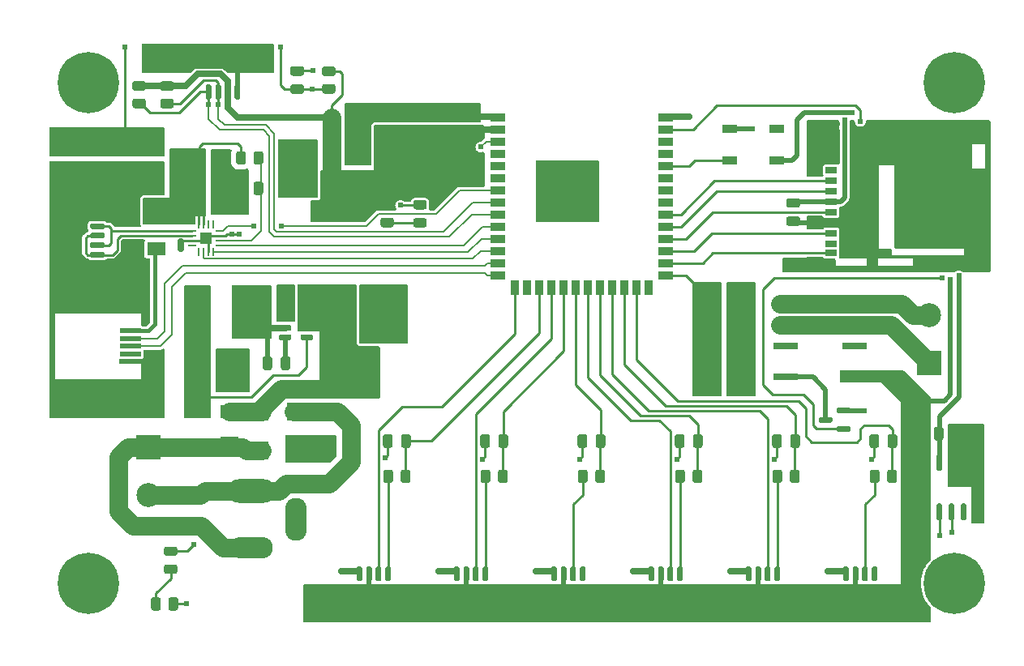
<source format=gtl>
G04 #@! TF.GenerationSoftware,KiCad,Pcbnew,6.0.11-2627ca5db0~126~ubuntu22.04.1*
G04 #@! TF.CreationDate,2025-05-31T21:30:08-06:00*
G04 #@! TF.ProjectId,snd-defect,736e642d-6465-4666-9563-742e6b696361,rev?*
G04 #@! TF.SameCoordinates,Original*
G04 #@! TF.FileFunction,Copper,L1,Top*
G04 #@! TF.FilePolarity,Positive*
%FSLAX46Y46*%
G04 Gerber Fmt 4.6, Leading zero omitted, Abs format (unit mm)*
G04 Created by KiCad (PCBNEW 6.0.11-2627ca5db0~126~ubuntu22.04.1) date 2025-05-31 21:30:08*
%MOMM*%
%LPD*%
G01*
G04 APERTURE LIST*
G04 #@! TA.AperFunction,SMDPad,CuDef*
%ADD10R,2.108200X5.562600*%
G04 #@! TD*
G04 #@! TA.AperFunction,SMDPad,CuDef*
%ADD11R,1.500000X0.900000*%
G04 #@! TD*
G04 #@! TA.AperFunction,SMDPad,CuDef*
%ADD12R,2.660000X0.800000*%
G04 #@! TD*
G04 #@! TA.AperFunction,SMDPad,CuDef*
%ADD13R,1.400000X1.900000*%
G04 #@! TD*
G04 #@! TA.AperFunction,SMDPad,CuDef*
%ADD14R,0.900000X1.500000*%
G04 #@! TD*
G04 #@! TA.AperFunction,SMDPad,CuDef*
%ADD15R,0.900000X0.900000*%
G04 #@! TD*
G04 #@! TA.AperFunction,ComponentPad*
%ADD16R,2.500000X2.500000*%
G04 #@! TD*
G04 #@! TA.AperFunction,ComponentPad*
%ADD17C,2.500000*%
G04 #@! TD*
G04 #@! TA.AperFunction,SMDPad,CuDef*
%ADD18R,1.500000X2.000000*%
G04 #@! TD*
G04 #@! TA.AperFunction,SMDPad,CuDef*
%ADD19R,3.800000X2.000000*%
G04 #@! TD*
G04 #@! TA.AperFunction,SMDPad,CuDef*
%ADD20R,2.300000X0.500000*%
G04 #@! TD*
G04 #@! TA.AperFunction,SMDPad,CuDef*
%ADD21R,2.500000X2.000000*%
G04 #@! TD*
G04 #@! TA.AperFunction,ComponentPad*
%ADD22C,6.400000*%
G04 #@! TD*
G04 #@! TA.AperFunction,ComponentPad*
%ADD23O,5.000000X2.500000*%
G04 #@! TD*
G04 #@! TA.AperFunction,ComponentPad*
%ADD24O,4.500000X2.250000*%
G04 #@! TD*
G04 #@! TA.AperFunction,ComponentPad*
%ADD25O,2.250000X4.500000*%
G04 #@! TD*
G04 #@! TA.AperFunction,SMDPad,CuDef*
%ADD26R,1.200000X0.700000*%
G04 #@! TD*
G04 #@! TA.AperFunction,SMDPad,CuDef*
%ADD27R,0.800000X1.000000*%
G04 #@! TD*
G04 #@! TA.AperFunction,SMDPad,CuDef*
%ADD28R,1.200000X1.000000*%
G04 #@! TD*
G04 #@! TA.AperFunction,SMDPad,CuDef*
%ADD29R,2.800000X1.000000*%
G04 #@! TD*
G04 #@! TA.AperFunction,SMDPad,CuDef*
%ADD30R,1.900000X1.300000*%
G04 #@! TD*
G04 #@! TA.AperFunction,SMDPad,CuDef*
%ADD31R,1.900000X1.400000*%
G04 #@! TD*
G04 #@! TA.AperFunction,SMDPad,CuDef*
%ADD32R,0.812800X0.254000*%
G04 #@! TD*
G04 #@! TA.AperFunction,SMDPad,CuDef*
%ADD33R,0.254000X0.812800*%
G04 #@! TD*
G04 #@! TA.AperFunction,SMDPad,CuDef*
%ADD34R,1.244600X1.244600*%
G04 #@! TD*
G04 #@! TA.AperFunction,ViaPad*
%ADD35C,0.609600*%
G04 #@! TD*
G04 #@! TA.AperFunction,Conductor*
%ADD36C,0.635000*%
G04 #@! TD*
G04 #@! TA.AperFunction,Conductor*
%ADD37C,0.508000*%
G04 #@! TD*
G04 #@! TA.AperFunction,Conductor*
%ADD38C,1.905000*%
G04 #@! TD*
G04 #@! TA.AperFunction,Conductor*
%ADD39C,0.254000*%
G04 #@! TD*
G04 #@! TA.AperFunction,Conductor*
%ADD40C,0.203200*%
G04 #@! TD*
G04 #@! TA.AperFunction,Conductor*
%ADD41C,0.457200*%
G04 #@! TD*
G04 APERTURE END LIST*
D10*
X71386700Y-79121000D03*
X66789300Y-79121000D03*
D11*
X127037000Y-63245000D03*
X127037000Y-59945000D03*
X122137000Y-59945000D03*
X122137000Y-63245000D03*
G04 #@! TA.AperFunction,SMDPad,CuDef*
G36*
G01*
X63823000Y-57813000D02*
X62923000Y-57813000D01*
G75*
G02*
X62673000Y-57563000I0J250000D01*
G01*
X62673000Y-57038000D01*
G75*
G02*
X62923000Y-56788000I250000J0D01*
G01*
X63823000Y-56788000D01*
G75*
G02*
X64073000Y-57038000I0J-250000D01*
G01*
X64073000Y-57563000D01*
G75*
G02*
X63823000Y-57813000I-250000J0D01*
G01*
G37*
G04 #@! TD.AperFunction*
G04 #@! TA.AperFunction,SMDPad,CuDef*
G36*
G01*
X63823000Y-55988000D02*
X62923000Y-55988000D01*
G75*
G02*
X62673000Y-55738000I0J250000D01*
G01*
X62673000Y-55213000D01*
G75*
G02*
X62923000Y-54963000I250000J0D01*
G01*
X63823000Y-54963000D01*
G75*
G02*
X64073000Y-55213000I0J-250000D01*
G01*
X64073000Y-55738000D01*
G75*
G02*
X63823000Y-55988000I-250000J0D01*
G01*
G37*
G04 #@! TD.AperFunction*
G04 #@! TA.AperFunction,SMDPad,CuDef*
G36*
G01*
X78635000Y-81572000D02*
X78635000Y-81872000D01*
G75*
G02*
X78485000Y-82022000I-150000J0D01*
G01*
X77460000Y-82022000D01*
G75*
G02*
X77310000Y-81872000I0J150000D01*
G01*
X77310000Y-81572000D01*
G75*
G02*
X77460000Y-81422000I150000J0D01*
G01*
X78485000Y-81422000D01*
G75*
G02*
X78635000Y-81572000I0J-150000D01*
G01*
G37*
G04 #@! TD.AperFunction*
G04 #@! TA.AperFunction,SMDPad,CuDef*
G36*
G01*
X78635000Y-80622000D02*
X78635000Y-80922000D01*
G75*
G02*
X78485000Y-81072000I-150000J0D01*
G01*
X77460000Y-81072000D01*
G75*
G02*
X77310000Y-80922000I0J150000D01*
G01*
X77310000Y-80622000D01*
G75*
G02*
X77460000Y-80472000I150000J0D01*
G01*
X78485000Y-80472000D01*
G75*
G02*
X78635000Y-80622000I0J-150000D01*
G01*
G37*
G04 #@! TD.AperFunction*
G04 #@! TA.AperFunction,SMDPad,CuDef*
G36*
G01*
X78635000Y-79672000D02*
X78635000Y-79972000D01*
G75*
G02*
X78485000Y-80122000I-150000J0D01*
G01*
X77460000Y-80122000D01*
G75*
G02*
X77310000Y-79972000I0J150000D01*
G01*
X77310000Y-79672000D01*
G75*
G02*
X77460000Y-79522000I150000J0D01*
G01*
X78485000Y-79522000D01*
G75*
G02*
X78635000Y-79672000I0J-150000D01*
G01*
G37*
G04 #@! TD.AperFunction*
G04 #@! TA.AperFunction,SMDPad,CuDef*
G36*
G01*
X76360000Y-79672000D02*
X76360000Y-79972000D01*
G75*
G02*
X76210000Y-80122000I-150000J0D01*
G01*
X75185000Y-80122000D01*
G75*
G02*
X75035000Y-79972000I0J150000D01*
G01*
X75035000Y-79672000D01*
G75*
G02*
X75185000Y-79522000I150000J0D01*
G01*
X76210000Y-79522000D01*
G75*
G02*
X76360000Y-79672000I0J-150000D01*
G01*
G37*
G04 #@! TD.AperFunction*
G04 #@! TA.AperFunction,SMDPad,CuDef*
G36*
G01*
X76360000Y-80622000D02*
X76360000Y-80922000D01*
G75*
G02*
X76210000Y-81072000I-150000J0D01*
G01*
X75185000Y-81072000D01*
G75*
G02*
X75035000Y-80922000I0J150000D01*
G01*
X75035000Y-80622000D01*
G75*
G02*
X75185000Y-80472000I150000J0D01*
G01*
X76210000Y-80472000D01*
G75*
G02*
X76360000Y-80622000I0J-150000D01*
G01*
G37*
G04 #@! TD.AperFunction*
G04 #@! TA.AperFunction,SMDPad,CuDef*
G36*
G01*
X76360000Y-81572000D02*
X76360000Y-81872000D01*
G75*
G02*
X76210000Y-82022000I-150000J0D01*
G01*
X75185000Y-82022000D01*
G75*
G02*
X75035000Y-81872000I0J150000D01*
G01*
X75035000Y-81572000D01*
G75*
G02*
X75185000Y-81422000I150000J0D01*
G01*
X76210000Y-81422000D01*
G75*
G02*
X76360000Y-81572000I0J-150000D01*
G01*
G37*
G04 #@! TD.AperFunction*
G04 #@! TA.AperFunction,SMDPad,CuDef*
G36*
G01*
X98986000Y-92108000D02*
X98986000Y-93058000D01*
G75*
G02*
X98736000Y-93308000I-250000J0D01*
G01*
X98236000Y-93308000D01*
G75*
G02*
X97986000Y-93058000I0J250000D01*
G01*
X97986000Y-92108000D01*
G75*
G02*
X98236000Y-91858000I250000J0D01*
G01*
X98736000Y-91858000D01*
G75*
G02*
X98986000Y-92108000I0J-250000D01*
G01*
G37*
G04 #@! TD.AperFunction*
G04 #@! TA.AperFunction,SMDPad,CuDef*
G36*
G01*
X97086000Y-92108000D02*
X97086000Y-93058000D01*
G75*
G02*
X96836000Y-93308000I-250000J0D01*
G01*
X96336000Y-93308000D01*
G75*
G02*
X96086000Y-93058000I0J250000D01*
G01*
X96086000Y-92108000D01*
G75*
G02*
X96336000Y-91858000I250000J0D01*
G01*
X96836000Y-91858000D01*
G75*
G02*
X97086000Y-92108000I0J-250000D01*
G01*
G37*
G04 #@! TD.AperFunction*
D12*
X135166100Y-85864700D03*
X135166100Y-82664300D03*
X135166100Y-80454500D03*
X135166100Y-78244700D03*
X127977900Y-78244700D03*
X127977900Y-80454500D03*
X127977900Y-82664300D03*
X127977900Y-85864700D03*
G04 #@! TA.AperFunction,SMDPad,CuDef*
G36*
G01*
X93323000Y-107083000D02*
X93323000Y-105833000D01*
G75*
G02*
X93473000Y-105683000I150000J0D01*
G01*
X93773000Y-105683000D01*
G75*
G02*
X93923000Y-105833000I0J-150000D01*
G01*
X93923000Y-107083000D01*
G75*
G02*
X93773000Y-107233000I-150000J0D01*
G01*
X93473000Y-107233000D01*
G75*
G02*
X93323000Y-107083000I0J150000D01*
G01*
G37*
G04 #@! TD.AperFunction*
G04 #@! TA.AperFunction,SMDPad,CuDef*
G36*
G01*
X94323000Y-107083000D02*
X94323000Y-105833000D01*
G75*
G02*
X94473000Y-105683000I150000J0D01*
G01*
X94773000Y-105683000D01*
G75*
G02*
X94923000Y-105833000I0J-150000D01*
G01*
X94923000Y-107083000D01*
G75*
G02*
X94773000Y-107233000I-150000J0D01*
G01*
X94473000Y-107233000D01*
G75*
G02*
X94323000Y-107083000I0J150000D01*
G01*
G37*
G04 #@! TD.AperFunction*
G04 #@! TA.AperFunction,SMDPad,CuDef*
G36*
G01*
X95323000Y-107083000D02*
X95323000Y-105833000D01*
G75*
G02*
X95473000Y-105683000I150000J0D01*
G01*
X95773000Y-105683000D01*
G75*
G02*
X95923000Y-105833000I0J-150000D01*
G01*
X95923000Y-107083000D01*
G75*
G02*
X95773000Y-107233000I-150000J0D01*
G01*
X95473000Y-107233000D01*
G75*
G02*
X95323000Y-107083000I0J150000D01*
G01*
G37*
G04 #@! TD.AperFunction*
G04 #@! TA.AperFunction,SMDPad,CuDef*
G36*
G01*
X96323000Y-107083000D02*
X96323000Y-105833000D01*
G75*
G02*
X96473000Y-105683000I150000J0D01*
G01*
X96773000Y-105683000D01*
G75*
G02*
X96923000Y-105833000I0J-150000D01*
G01*
X96923000Y-107083000D01*
G75*
G02*
X96773000Y-107233000I-150000J0D01*
G01*
X96473000Y-107233000D01*
G75*
G02*
X96323000Y-107083000I0J150000D01*
G01*
G37*
G04 #@! TD.AperFunction*
G04 #@! TA.AperFunction,SMDPad,CuDef*
G36*
G01*
X91723000Y-110983000D02*
X91723000Y-109683000D01*
G75*
G02*
X91973000Y-109433000I250000J0D01*
G01*
X92673000Y-109433000D01*
G75*
G02*
X92923000Y-109683000I0J-250000D01*
G01*
X92923000Y-110983000D01*
G75*
G02*
X92673000Y-111233000I-250000J0D01*
G01*
X91973000Y-111233000D01*
G75*
G02*
X91723000Y-110983000I0J250000D01*
G01*
G37*
G04 #@! TD.AperFunction*
G04 #@! TA.AperFunction,SMDPad,CuDef*
G36*
G01*
X97323000Y-110983000D02*
X97323000Y-109683000D01*
G75*
G02*
X97573000Y-109433000I250000J0D01*
G01*
X98273000Y-109433000D01*
G75*
G02*
X98523000Y-109683000I0J-250000D01*
G01*
X98523000Y-110983000D01*
G75*
G02*
X98273000Y-111233000I-250000J0D01*
G01*
X97573000Y-111233000D01*
G75*
G02*
X97323000Y-110983000I0J250000D01*
G01*
G37*
G04 #@! TD.AperFunction*
G04 #@! TA.AperFunction,SMDPad,CuDef*
G36*
G01*
X66749000Y-86962000D02*
X66749000Y-86012000D01*
G75*
G02*
X66999000Y-85762000I250000J0D01*
G01*
X67499000Y-85762000D01*
G75*
G02*
X67749000Y-86012000I0J-250000D01*
G01*
X67749000Y-86962000D01*
G75*
G02*
X67499000Y-87212000I-250000J0D01*
G01*
X66999000Y-87212000D01*
G75*
G02*
X66749000Y-86962000I0J250000D01*
G01*
G37*
G04 #@! TD.AperFunction*
G04 #@! TA.AperFunction,SMDPad,CuDef*
G36*
G01*
X68649000Y-86962000D02*
X68649000Y-86012000D01*
G75*
G02*
X68899000Y-85762000I250000J0D01*
G01*
X69399000Y-85762000D01*
G75*
G02*
X69649000Y-86012000I0J-250000D01*
G01*
X69649000Y-86962000D01*
G75*
G02*
X69399000Y-87212000I-250000J0D01*
G01*
X68899000Y-87212000D01*
G75*
G02*
X68649000Y-86962000I0J250000D01*
G01*
G37*
G04 #@! TD.AperFunction*
D13*
X73280000Y-89535000D03*
X76580000Y-89535000D03*
G04 #@! TA.AperFunction,SMDPad,CuDef*
G36*
G01*
X95217000Y-60886000D02*
X94267000Y-60886000D01*
G75*
G02*
X94017000Y-60636000I0J250000D01*
G01*
X94017000Y-60136000D01*
G75*
G02*
X94267000Y-59886000I250000J0D01*
G01*
X95217000Y-59886000D01*
G75*
G02*
X95467000Y-60136000I0J-250000D01*
G01*
X95467000Y-60636000D01*
G75*
G02*
X95217000Y-60886000I-250000J0D01*
G01*
G37*
G04 #@! TD.AperFunction*
G04 #@! TA.AperFunction,SMDPad,CuDef*
G36*
G01*
X95217000Y-58986000D02*
X94267000Y-58986000D01*
G75*
G02*
X94017000Y-58736000I0J250000D01*
G01*
X94017000Y-58236000D01*
G75*
G02*
X94267000Y-57986000I250000J0D01*
G01*
X95217000Y-57986000D01*
G75*
G02*
X95467000Y-58236000I0J-250000D01*
G01*
X95467000Y-58736000D01*
G75*
G02*
X95217000Y-58986000I-250000J0D01*
G01*
G37*
G04 #@! TD.AperFunction*
G04 #@! TA.AperFunction,SMDPad,CuDef*
G36*
G01*
X133963000Y-107083000D02*
X133963000Y-105833000D01*
G75*
G02*
X134113000Y-105683000I150000J0D01*
G01*
X134413000Y-105683000D01*
G75*
G02*
X134563000Y-105833000I0J-150000D01*
G01*
X134563000Y-107083000D01*
G75*
G02*
X134413000Y-107233000I-150000J0D01*
G01*
X134113000Y-107233000D01*
G75*
G02*
X133963000Y-107083000I0J150000D01*
G01*
G37*
G04 #@! TD.AperFunction*
G04 #@! TA.AperFunction,SMDPad,CuDef*
G36*
G01*
X134963000Y-107083000D02*
X134963000Y-105833000D01*
G75*
G02*
X135113000Y-105683000I150000J0D01*
G01*
X135413000Y-105683000D01*
G75*
G02*
X135563000Y-105833000I0J-150000D01*
G01*
X135563000Y-107083000D01*
G75*
G02*
X135413000Y-107233000I-150000J0D01*
G01*
X135113000Y-107233000D01*
G75*
G02*
X134963000Y-107083000I0J150000D01*
G01*
G37*
G04 #@! TD.AperFunction*
G04 #@! TA.AperFunction,SMDPad,CuDef*
G36*
G01*
X135963000Y-107083000D02*
X135963000Y-105833000D01*
G75*
G02*
X136113000Y-105683000I150000J0D01*
G01*
X136413000Y-105683000D01*
G75*
G02*
X136563000Y-105833000I0J-150000D01*
G01*
X136563000Y-107083000D01*
G75*
G02*
X136413000Y-107233000I-150000J0D01*
G01*
X136113000Y-107233000D01*
G75*
G02*
X135963000Y-107083000I0J150000D01*
G01*
G37*
G04 #@! TD.AperFunction*
G04 #@! TA.AperFunction,SMDPad,CuDef*
G36*
G01*
X136963000Y-107083000D02*
X136963000Y-105833000D01*
G75*
G02*
X137113000Y-105683000I150000J0D01*
G01*
X137413000Y-105683000D01*
G75*
G02*
X137563000Y-105833000I0J-150000D01*
G01*
X137563000Y-107083000D01*
G75*
G02*
X137413000Y-107233000I-150000J0D01*
G01*
X137113000Y-107233000D01*
G75*
G02*
X136963000Y-107083000I0J150000D01*
G01*
G37*
G04 #@! TD.AperFunction*
G04 #@! TA.AperFunction,SMDPad,CuDef*
G36*
G01*
X137963000Y-110983000D02*
X137963000Y-109683000D01*
G75*
G02*
X138213000Y-109433000I250000J0D01*
G01*
X138913000Y-109433000D01*
G75*
G02*
X139163000Y-109683000I0J-250000D01*
G01*
X139163000Y-110983000D01*
G75*
G02*
X138913000Y-111233000I-250000J0D01*
G01*
X138213000Y-111233000D01*
G75*
G02*
X137963000Y-110983000I0J250000D01*
G01*
G37*
G04 #@! TD.AperFunction*
G04 #@! TA.AperFunction,SMDPad,CuDef*
G36*
G01*
X132363000Y-110983000D02*
X132363000Y-109683000D01*
G75*
G02*
X132613000Y-109433000I250000J0D01*
G01*
X133313000Y-109433000D01*
G75*
G02*
X133563000Y-109683000I0J-250000D01*
G01*
X133563000Y-110983000D01*
G75*
G02*
X133313000Y-111233000I-250000J0D01*
G01*
X132613000Y-111233000D01*
G75*
G02*
X132363000Y-110983000I0J250000D01*
G01*
G37*
G04 #@! TD.AperFunction*
G04 #@! TA.AperFunction,SMDPad,CuDef*
G36*
G01*
X80084000Y-59276000D02*
X80084000Y-58326000D01*
G75*
G02*
X80334000Y-58076000I250000J0D01*
G01*
X80834000Y-58076000D01*
G75*
G02*
X81084000Y-58326000I0J-250000D01*
G01*
X81084000Y-59276000D01*
G75*
G02*
X80834000Y-59526000I-250000J0D01*
G01*
X80334000Y-59526000D01*
G75*
G02*
X80084000Y-59276000I0J250000D01*
G01*
G37*
G04 #@! TD.AperFunction*
G04 #@! TA.AperFunction,SMDPad,CuDef*
G36*
G01*
X81984000Y-59276000D02*
X81984000Y-58326000D01*
G75*
G02*
X82234000Y-58076000I250000J0D01*
G01*
X82734000Y-58076000D01*
G75*
G02*
X82984000Y-58326000I0J-250000D01*
G01*
X82984000Y-59276000D01*
G75*
G02*
X82734000Y-59526000I-250000J0D01*
G01*
X82234000Y-59526000D01*
G75*
G02*
X81984000Y-59276000I0J250000D01*
G01*
G37*
G04 #@! TD.AperFunction*
G04 #@! TA.AperFunction,SMDPad,CuDef*
G36*
G01*
X113643000Y-107083000D02*
X113643000Y-105833000D01*
G75*
G02*
X113793000Y-105683000I150000J0D01*
G01*
X114093000Y-105683000D01*
G75*
G02*
X114243000Y-105833000I0J-150000D01*
G01*
X114243000Y-107083000D01*
G75*
G02*
X114093000Y-107233000I-150000J0D01*
G01*
X113793000Y-107233000D01*
G75*
G02*
X113643000Y-107083000I0J150000D01*
G01*
G37*
G04 #@! TD.AperFunction*
G04 #@! TA.AperFunction,SMDPad,CuDef*
G36*
G01*
X114643000Y-107083000D02*
X114643000Y-105833000D01*
G75*
G02*
X114793000Y-105683000I150000J0D01*
G01*
X115093000Y-105683000D01*
G75*
G02*
X115243000Y-105833000I0J-150000D01*
G01*
X115243000Y-107083000D01*
G75*
G02*
X115093000Y-107233000I-150000J0D01*
G01*
X114793000Y-107233000D01*
G75*
G02*
X114643000Y-107083000I0J150000D01*
G01*
G37*
G04 #@! TD.AperFunction*
G04 #@! TA.AperFunction,SMDPad,CuDef*
G36*
G01*
X115643000Y-107083000D02*
X115643000Y-105833000D01*
G75*
G02*
X115793000Y-105683000I150000J0D01*
G01*
X116093000Y-105683000D01*
G75*
G02*
X116243000Y-105833000I0J-150000D01*
G01*
X116243000Y-107083000D01*
G75*
G02*
X116093000Y-107233000I-150000J0D01*
G01*
X115793000Y-107233000D01*
G75*
G02*
X115643000Y-107083000I0J150000D01*
G01*
G37*
G04 #@! TD.AperFunction*
G04 #@! TA.AperFunction,SMDPad,CuDef*
G36*
G01*
X116643000Y-107083000D02*
X116643000Y-105833000D01*
G75*
G02*
X116793000Y-105683000I150000J0D01*
G01*
X117093000Y-105683000D01*
G75*
G02*
X117243000Y-105833000I0J-150000D01*
G01*
X117243000Y-107083000D01*
G75*
G02*
X117093000Y-107233000I-150000J0D01*
G01*
X116793000Y-107233000D01*
G75*
G02*
X116643000Y-107083000I0J150000D01*
G01*
G37*
G04 #@! TD.AperFunction*
G04 #@! TA.AperFunction,SMDPad,CuDef*
G36*
G01*
X117643000Y-110983000D02*
X117643000Y-109683000D01*
G75*
G02*
X117893000Y-109433000I250000J0D01*
G01*
X118593000Y-109433000D01*
G75*
G02*
X118843000Y-109683000I0J-250000D01*
G01*
X118843000Y-110983000D01*
G75*
G02*
X118593000Y-111233000I-250000J0D01*
G01*
X117893000Y-111233000D01*
G75*
G02*
X117643000Y-110983000I0J250000D01*
G01*
G37*
G04 #@! TD.AperFunction*
G04 #@! TA.AperFunction,SMDPad,CuDef*
G36*
G01*
X112043000Y-110983000D02*
X112043000Y-109683000D01*
G75*
G02*
X112293000Y-109433000I250000J0D01*
G01*
X112993000Y-109433000D01*
G75*
G02*
X113243000Y-109683000I0J-250000D01*
G01*
X113243000Y-110983000D01*
G75*
G02*
X112993000Y-111233000I-250000J0D01*
G01*
X112293000Y-111233000D01*
G75*
G02*
X112043000Y-110983000I0J250000D01*
G01*
G37*
G04 #@! TD.AperFunction*
G04 #@! TA.AperFunction,SMDPad,CuDef*
G36*
G01*
X77437000Y-56314000D02*
X76487000Y-56314000D01*
G75*
G02*
X76237000Y-56064000I0J250000D01*
G01*
X76237000Y-55564000D01*
G75*
G02*
X76487000Y-55314000I250000J0D01*
G01*
X77437000Y-55314000D01*
G75*
G02*
X77687000Y-55564000I0J-250000D01*
G01*
X77687000Y-56064000D01*
G75*
G02*
X77437000Y-56314000I-250000J0D01*
G01*
G37*
G04 #@! TD.AperFunction*
G04 #@! TA.AperFunction,SMDPad,CuDef*
G36*
G01*
X77437000Y-54414000D02*
X76487000Y-54414000D01*
G75*
G02*
X76237000Y-54164000I0J250000D01*
G01*
X76237000Y-53664000D01*
G75*
G02*
X76487000Y-53414000I250000J0D01*
G01*
X77437000Y-53414000D01*
G75*
G02*
X77687000Y-53664000I0J-250000D01*
G01*
X77687000Y-54164000D01*
G75*
G02*
X77437000Y-54414000I-250000J0D01*
G01*
G37*
G04 #@! TD.AperFunction*
G04 #@! TA.AperFunction,SMDPad,CuDef*
G36*
G01*
X143457000Y-92296000D02*
X143457000Y-91346000D01*
G75*
G02*
X143707000Y-91096000I250000J0D01*
G01*
X144207000Y-91096000D01*
G75*
G02*
X144457000Y-91346000I0J-250000D01*
G01*
X144457000Y-92296000D01*
G75*
G02*
X144207000Y-92546000I-250000J0D01*
G01*
X143707000Y-92546000D01*
G75*
G02*
X143457000Y-92296000I0J250000D01*
G01*
G37*
G04 #@! TD.AperFunction*
G04 #@! TA.AperFunction,SMDPad,CuDef*
G36*
G01*
X145357000Y-92296000D02*
X145357000Y-91346000D01*
G75*
G02*
X145607000Y-91096000I250000J0D01*
G01*
X146107000Y-91096000D01*
G75*
G02*
X146357000Y-91346000I0J-250000D01*
G01*
X146357000Y-92296000D01*
G75*
G02*
X146107000Y-92546000I-250000J0D01*
G01*
X145607000Y-92546000D01*
G75*
G02*
X145357000Y-92296000I0J250000D01*
G01*
G37*
G04 #@! TD.AperFunction*
G04 #@! TA.AperFunction,SMDPad,CuDef*
G36*
G01*
X85005000Y-87508000D02*
X83905000Y-87508000D01*
G75*
G02*
X83655000Y-87258000I0J250000D01*
G01*
X83655000Y-84258000D01*
G75*
G02*
X83905000Y-84008000I250000J0D01*
G01*
X85005000Y-84008000D01*
G75*
G02*
X85255000Y-84258000I0J-250000D01*
G01*
X85255000Y-87258000D01*
G75*
G02*
X85005000Y-87508000I-250000J0D01*
G01*
G37*
G04 #@! TD.AperFunction*
G04 #@! TA.AperFunction,SMDPad,CuDef*
G36*
G01*
X85005000Y-82108000D02*
X83905000Y-82108000D01*
G75*
G02*
X83655000Y-81858000I0J250000D01*
G01*
X83655000Y-78858000D01*
G75*
G02*
X83905000Y-78608000I250000J0D01*
G01*
X85005000Y-78608000D01*
G75*
G02*
X85255000Y-78858000I0J-250000D01*
G01*
X85255000Y-81858000D01*
G75*
G02*
X85005000Y-82108000I-250000J0D01*
G01*
G37*
G04 #@! TD.AperFunction*
G04 #@! TA.AperFunction,SMDPad,CuDef*
G36*
G01*
X129466000Y-92108000D02*
X129466000Y-93058000D01*
G75*
G02*
X129216000Y-93308000I-250000J0D01*
G01*
X128716000Y-93308000D01*
G75*
G02*
X128466000Y-93058000I0J250000D01*
G01*
X128466000Y-92108000D01*
G75*
G02*
X128716000Y-91858000I250000J0D01*
G01*
X129216000Y-91858000D01*
G75*
G02*
X129466000Y-92108000I0J-250000D01*
G01*
G37*
G04 #@! TD.AperFunction*
G04 #@! TA.AperFunction,SMDPad,CuDef*
G36*
G01*
X127566000Y-92108000D02*
X127566000Y-93058000D01*
G75*
G02*
X127316000Y-93308000I-250000J0D01*
G01*
X126816000Y-93308000D01*
G75*
G02*
X126566000Y-93058000I0J250000D01*
G01*
X126566000Y-92108000D01*
G75*
G02*
X126816000Y-91858000I250000J0D01*
G01*
X127316000Y-91858000D01*
G75*
G02*
X127566000Y-92108000I0J-250000D01*
G01*
G37*
G04 #@! TD.AperFunction*
D11*
X97930000Y-58752000D03*
X97930000Y-60022000D03*
X97930000Y-61292000D03*
X97930000Y-62562000D03*
X97930000Y-63832000D03*
X97930000Y-65102000D03*
X97930000Y-66372000D03*
X97930000Y-67642000D03*
X97930000Y-68912000D03*
X97930000Y-70182000D03*
X97930000Y-71452000D03*
X97930000Y-72722000D03*
X97930000Y-73992000D03*
X97930000Y-75262000D03*
D14*
X99695000Y-76512000D03*
X100965000Y-76512000D03*
X102235000Y-76512000D03*
X103505000Y-76512000D03*
X104775000Y-76512000D03*
X106045000Y-76512000D03*
X107315000Y-76512000D03*
X108585000Y-76512000D03*
X109855000Y-76512000D03*
X111125000Y-76512000D03*
X112395000Y-76512000D03*
X113665000Y-76512000D03*
D11*
X115430000Y-75262000D03*
X115430000Y-73992000D03*
X115430000Y-72722000D03*
X115430000Y-71452000D03*
X115430000Y-70182000D03*
X115430000Y-68912000D03*
X115430000Y-67642000D03*
X115430000Y-66372000D03*
X115430000Y-65102000D03*
X115430000Y-63832000D03*
X115430000Y-62562000D03*
X115430000Y-61292000D03*
X115430000Y-60022000D03*
X115430000Y-58752000D03*
D15*
X106580000Y-67872000D03*
X106580000Y-65072000D03*
X105180000Y-66472000D03*
X103780000Y-65072000D03*
X105180000Y-65072000D03*
X103780000Y-66472000D03*
X105180000Y-67872000D03*
X106580000Y-66472000D03*
X103780000Y-67872000D03*
G04 #@! TA.AperFunction,SMDPad,CuDef*
G36*
G01*
X88826000Y-92108000D02*
X88826000Y-93058000D01*
G75*
G02*
X88576000Y-93308000I-250000J0D01*
G01*
X88076000Y-93308000D01*
G75*
G02*
X87826000Y-93058000I0J250000D01*
G01*
X87826000Y-92108000D01*
G75*
G02*
X88076000Y-91858000I250000J0D01*
G01*
X88576000Y-91858000D01*
G75*
G02*
X88826000Y-92108000I0J-250000D01*
G01*
G37*
G04 #@! TD.AperFunction*
G04 #@! TA.AperFunction,SMDPad,CuDef*
G36*
G01*
X86926000Y-92108000D02*
X86926000Y-93058000D01*
G75*
G02*
X86676000Y-93308000I-250000J0D01*
G01*
X86176000Y-93308000D01*
G75*
G02*
X85926000Y-93058000I0J250000D01*
G01*
X85926000Y-92108000D01*
G75*
G02*
X86176000Y-91858000I250000J0D01*
G01*
X86676000Y-91858000D01*
G75*
G02*
X86926000Y-92108000I0J-250000D01*
G01*
G37*
G04 #@! TD.AperFunction*
D13*
X73280000Y-93599000D03*
X76580000Y-93599000D03*
G04 #@! TA.AperFunction,SMDPad,CuDef*
G36*
G01*
X144168000Y-100859000D02*
X143868000Y-100859000D01*
G75*
G02*
X143718000Y-100709000I0J150000D01*
G01*
X143718000Y-99259000D01*
G75*
G02*
X143868000Y-99109000I150000J0D01*
G01*
X144168000Y-99109000D01*
G75*
G02*
X144318000Y-99259000I0J-150000D01*
G01*
X144318000Y-100709000D01*
G75*
G02*
X144168000Y-100859000I-150000J0D01*
G01*
G37*
G04 #@! TD.AperFunction*
G04 #@! TA.AperFunction,SMDPad,CuDef*
G36*
G01*
X145438000Y-100859000D02*
X145138000Y-100859000D01*
G75*
G02*
X144988000Y-100709000I0J150000D01*
G01*
X144988000Y-99259000D01*
G75*
G02*
X145138000Y-99109000I150000J0D01*
G01*
X145438000Y-99109000D01*
G75*
G02*
X145588000Y-99259000I0J-150000D01*
G01*
X145588000Y-100709000D01*
G75*
G02*
X145438000Y-100859000I-150000J0D01*
G01*
G37*
G04 #@! TD.AperFunction*
G04 #@! TA.AperFunction,SMDPad,CuDef*
G36*
G01*
X146708000Y-100859000D02*
X146408000Y-100859000D01*
G75*
G02*
X146258000Y-100709000I0J150000D01*
G01*
X146258000Y-99259000D01*
G75*
G02*
X146408000Y-99109000I150000J0D01*
G01*
X146708000Y-99109000D01*
G75*
G02*
X146858000Y-99259000I0J-150000D01*
G01*
X146858000Y-100709000D01*
G75*
G02*
X146708000Y-100859000I-150000J0D01*
G01*
G37*
G04 #@! TD.AperFunction*
G04 #@! TA.AperFunction,SMDPad,CuDef*
G36*
G01*
X147978000Y-100859000D02*
X147678000Y-100859000D01*
G75*
G02*
X147528000Y-100709000I0J150000D01*
G01*
X147528000Y-99259000D01*
G75*
G02*
X147678000Y-99109000I150000J0D01*
G01*
X147978000Y-99109000D01*
G75*
G02*
X148128000Y-99259000I0J-150000D01*
G01*
X148128000Y-100709000D01*
G75*
G02*
X147978000Y-100859000I-150000J0D01*
G01*
G37*
G04 #@! TD.AperFunction*
G04 #@! TA.AperFunction,SMDPad,CuDef*
G36*
G01*
X147978000Y-95709000D02*
X147678000Y-95709000D01*
G75*
G02*
X147528000Y-95559000I0J150000D01*
G01*
X147528000Y-94109000D01*
G75*
G02*
X147678000Y-93959000I150000J0D01*
G01*
X147978000Y-93959000D01*
G75*
G02*
X148128000Y-94109000I0J-150000D01*
G01*
X148128000Y-95559000D01*
G75*
G02*
X147978000Y-95709000I-150000J0D01*
G01*
G37*
G04 #@! TD.AperFunction*
G04 #@! TA.AperFunction,SMDPad,CuDef*
G36*
G01*
X146708000Y-95709000D02*
X146408000Y-95709000D01*
G75*
G02*
X146258000Y-95559000I0J150000D01*
G01*
X146258000Y-94109000D01*
G75*
G02*
X146408000Y-93959000I150000J0D01*
G01*
X146708000Y-93959000D01*
G75*
G02*
X146858000Y-94109000I0J-150000D01*
G01*
X146858000Y-95559000D01*
G75*
G02*
X146708000Y-95709000I-150000J0D01*
G01*
G37*
G04 #@! TD.AperFunction*
G04 #@! TA.AperFunction,SMDPad,CuDef*
G36*
G01*
X145438000Y-95709000D02*
X145138000Y-95709000D01*
G75*
G02*
X144988000Y-95559000I0J150000D01*
G01*
X144988000Y-94109000D01*
G75*
G02*
X145138000Y-93959000I150000J0D01*
G01*
X145438000Y-93959000D01*
G75*
G02*
X145588000Y-94109000I0J-150000D01*
G01*
X145588000Y-95559000D01*
G75*
G02*
X145438000Y-95709000I-150000J0D01*
G01*
G37*
G04 #@! TD.AperFunction*
G04 #@! TA.AperFunction,SMDPad,CuDef*
G36*
G01*
X144168000Y-95709000D02*
X143868000Y-95709000D01*
G75*
G02*
X143718000Y-95559000I0J150000D01*
G01*
X143718000Y-94109000D01*
G75*
G02*
X143868000Y-93959000I150000J0D01*
G01*
X144168000Y-93959000D01*
G75*
G02*
X144318000Y-94109000I0J-150000D01*
G01*
X144318000Y-95559000D01*
G75*
G02*
X144168000Y-95709000I-150000J0D01*
G01*
G37*
G04 #@! TD.AperFunction*
G04 #@! TA.AperFunction,SMDPad,CuDef*
G36*
G01*
X78285000Y-76487000D02*
X78285000Y-77437000D01*
G75*
G02*
X78035000Y-77687000I-250000J0D01*
G01*
X77535000Y-77687000D01*
G75*
G02*
X77285000Y-77437000I0J250000D01*
G01*
X77285000Y-76487000D01*
G75*
G02*
X77535000Y-76237000I250000J0D01*
G01*
X78035000Y-76237000D01*
G75*
G02*
X78285000Y-76487000I0J-250000D01*
G01*
G37*
G04 #@! TD.AperFunction*
G04 #@! TA.AperFunction,SMDPad,CuDef*
G36*
G01*
X76385000Y-76487000D02*
X76385000Y-77437000D01*
G75*
G02*
X76135000Y-77687000I-250000J0D01*
G01*
X75635000Y-77687000D01*
G75*
G02*
X75385000Y-77437000I0J250000D01*
G01*
X75385000Y-76487000D01*
G75*
G02*
X75635000Y-76237000I250000J0D01*
G01*
X76135000Y-76237000D01*
G75*
G02*
X76385000Y-76487000I0J-250000D01*
G01*
G37*
G04 #@! TD.AperFunction*
G04 #@! TA.AperFunction,SMDPad,CuDef*
G36*
G01*
X60902000Y-57813000D02*
X60002000Y-57813000D01*
G75*
G02*
X59752000Y-57563000I0J250000D01*
G01*
X59752000Y-57038000D01*
G75*
G02*
X60002000Y-56788000I250000J0D01*
G01*
X60902000Y-56788000D01*
G75*
G02*
X61152000Y-57038000I0J-250000D01*
G01*
X61152000Y-57563000D01*
G75*
G02*
X60902000Y-57813000I-250000J0D01*
G01*
G37*
G04 #@! TD.AperFunction*
G04 #@! TA.AperFunction,SMDPad,CuDef*
G36*
G01*
X60902000Y-55988000D02*
X60002000Y-55988000D01*
G75*
G02*
X59752000Y-55738000I0J250000D01*
G01*
X59752000Y-55213000D01*
G75*
G02*
X60002000Y-54963000I250000J0D01*
G01*
X60902000Y-54963000D01*
G75*
G02*
X61152000Y-55213000I0J-250000D01*
G01*
X61152000Y-55738000D01*
G75*
G02*
X60902000Y-55988000I-250000J0D01*
G01*
G37*
G04 #@! TD.AperFunction*
G04 #@! TA.AperFunction,SMDPad,CuDef*
G36*
G01*
X73434000Y-62542000D02*
X73434000Y-63442000D01*
G75*
G02*
X73184000Y-63692000I-250000J0D01*
G01*
X72659000Y-63692000D01*
G75*
G02*
X72409000Y-63442000I0J250000D01*
G01*
X72409000Y-62542000D01*
G75*
G02*
X72659000Y-62292000I250000J0D01*
G01*
X73184000Y-62292000D01*
G75*
G02*
X73434000Y-62542000I0J-250000D01*
G01*
G37*
G04 #@! TD.AperFunction*
G04 #@! TA.AperFunction,SMDPad,CuDef*
G36*
G01*
X71609000Y-62542000D02*
X71609000Y-63442000D01*
G75*
G02*
X71359000Y-63692000I-250000J0D01*
G01*
X70834000Y-63692000D01*
G75*
G02*
X70584000Y-63442000I0J250000D01*
G01*
X70584000Y-62542000D01*
G75*
G02*
X70834000Y-62292000I250000J0D01*
G01*
X71359000Y-62292000D01*
G75*
G02*
X71609000Y-62542000I0J-250000D01*
G01*
G37*
G04 #@! TD.AperFunction*
G04 #@! TA.AperFunction,SMDPad,CuDef*
G36*
G01*
X98961000Y-95816000D02*
X98961000Y-96716000D01*
G75*
G02*
X98711000Y-96966000I-250000J0D01*
G01*
X98186000Y-96966000D01*
G75*
G02*
X97936000Y-96716000I0J250000D01*
G01*
X97936000Y-95816000D01*
G75*
G02*
X98186000Y-95566000I250000J0D01*
G01*
X98711000Y-95566000D01*
G75*
G02*
X98961000Y-95816000I0J-250000D01*
G01*
G37*
G04 #@! TD.AperFunction*
G04 #@! TA.AperFunction,SMDPad,CuDef*
G36*
G01*
X97136000Y-95816000D02*
X97136000Y-96716000D01*
G75*
G02*
X96886000Y-96966000I-250000J0D01*
G01*
X96361000Y-96966000D01*
G75*
G02*
X96111000Y-96716000I0J250000D01*
G01*
X96111000Y-95816000D01*
G75*
G02*
X96361000Y-95566000I250000J0D01*
G01*
X96886000Y-95566000D01*
G75*
G02*
X97136000Y-95816000I0J-250000D01*
G01*
G37*
G04 #@! TD.AperFunction*
G04 #@! TA.AperFunction,SMDPad,CuDef*
G36*
G01*
X66749000Y-84422000D02*
X66749000Y-83472000D01*
G75*
G02*
X66999000Y-83222000I250000J0D01*
G01*
X67499000Y-83222000D01*
G75*
G02*
X67749000Y-83472000I0J-250000D01*
G01*
X67749000Y-84422000D01*
G75*
G02*
X67499000Y-84672000I-250000J0D01*
G01*
X66999000Y-84672000D01*
G75*
G02*
X66749000Y-84422000I0J250000D01*
G01*
G37*
G04 #@! TD.AperFunction*
G04 #@! TA.AperFunction,SMDPad,CuDef*
G36*
G01*
X68649000Y-84422000D02*
X68649000Y-83472000D01*
G75*
G02*
X68899000Y-83222000I250000J0D01*
G01*
X69399000Y-83222000D01*
G75*
G02*
X69649000Y-83472000I0J-250000D01*
G01*
X69649000Y-84422000D01*
G75*
G02*
X69399000Y-84672000I-250000J0D01*
G01*
X68899000Y-84672000D01*
G75*
G02*
X68649000Y-84422000I0J250000D01*
G01*
G37*
G04 #@! TD.AperFunction*
G04 #@! TA.AperFunction,SMDPad,CuDef*
G36*
G01*
X55477000Y-69828000D02*
X56727000Y-69828000D01*
G75*
G02*
X56877000Y-69978000I0J-150000D01*
G01*
X56877000Y-70278000D01*
G75*
G02*
X56727000Y-70428000I-150000J0D01*
G01*
X55477000Y-70428000D01*
G75*
G02*
X55327000Y-70278000I0J150000D01*
G01*
X55327000Y-69978000D01*
G75*
G02*
X55477000Y-69828000I150000J0D01*
G01*
G37*
G04 #@! TD.AperFunction*
G04 #@! TA.AperFunction,SMDPad,CuDef*
G36*
G01*
X55477000Y-70828000D02*
X56727000Y-70828000D01*
G75*
G02*
X56877000Y-70978000I0J-150000D01*
G01*
X56877000Y-71278000D01*
G75*
G02*
X56727000Y-71428000I-150000J0D01*
G01*
X55477000Y-71428000D01*
G75*
G02*
X55327000Y-71278000I0J150000D01*
G01*
X55327000Y-70978000D01*
G75*
G02*
X55477000Y-70828000I150000J0D01*
G01*
G37*
G04 #@! TD.AperFunction*
G04 #@! TA.AperFunction,SMDPad,CuDef*
G36*
G01*
X55477000Y-71828000D02*
X56727000Y-71828000D01*
G75*
G02*
X56877000Y-71978000I0J-150000D01*
G01*
X56877000Y-72278000D01*
G75*
G02*
X56727000Y-72428000I-150000J0D01*
G01*
X55477000Y-72428000D01*
G75*
G02*
X55327000Y-72278000I0J150000D01*
G01*
X55327000Y-71978000D01*
G75*
G02*
X55477000Y-71828000I150000J0D01*
G01*
G37*
G04 #@! TD.AperFunction*
G04 #@! TA.AperFunction,SMDPad,CuDef*
G36*
G01*
X55477000Y-72828000D02*
X56727000Y-72828000D01*
G75*
G02*
X56877000Y-72978000I0J-150000D01*
G01*
X56877000Y-73278000D01*
G75*
G02*
X56727000Y-73428000I-150000J0D01*
G01*
X55477000Y-73428000D01*
G75*
G02*
X55327000Y-73278000I0J150000D01*
G01*
X55327000Y-72978000D01*
G75*
G02*
X55477000Y-72828000I150000J0D01*
G01*
G37*
G04 #@! TD.AperFunction*
G04 #@! TA.AperFunction,SMDPad,CuDef*
G36*
G01*
X51577000Y-73828000D02*
X52877000Y-73828000D01*
G75*
G02*
X53127000Y-74078000I0J-250000D01*
G01*
X53127000Y-74778000D01*
G75*
G02*
X52877000Y-75028000I-250000J0D01*
G01*
X51577000Y-75028000D01*
G75*
G02*
X51327000Y-74778000I0J250000D01*
G01*
X51327000Y-74078000D01*
G75*
G02*
X51577000Y-73828000I250000J0D01*
G01*
G37*
G04 #@! TD.AperFunction*
G04 #@! TA.AperFunction,SMDPad,CuDef*
G36*
G01*
X51577000Y-68228000D02*
X52877000Y-68228000D01*
G75*
G02*
X53127000Y-68478000I0J-250000D01*
G01*
X53127000Y-69178000D01*
G75*
G02*
X52877000Y-69428000I-250000J0D01*
G01*
X51577000Y-69428000D01*
G75*
G02*
X51327000Y-69178000I0J250000D01*
G01*
X51327000Y-68478000D01*
G75*
G02*
X51577000Y-68228000I250000J0D01*
G01*
G37*
G04 #@! TD.AperFunction*
G04 #@! TA.AperFunction,SMDPad,CuDef*
G36*
G01*
X92296000Y-60886000D02*
X91346000Y-60886000D01*
G75*
G02*
X91096000Y-60636000I0J250000D01*
G01*
X91096000Y-60136000D01*
G75*
G02*
X91346000Y-59886000I250000J0D01*
G01*
X92296000Y-59886000D01*
G75*
G02*
X92546000Y-60136000I0J-250000D01*
G01*
X92546000Y-60636000D01*
G75*
G02*
X92296000Y-60886000I-250000J0D01*
G01*
G37*
G04 #@! TD.AperFunction*
G04 #@! TA.AperFunction,SMDPad,CuDef*
G36*
G01*
X92296000Y-58986000D02*
X91346000Y-58986000D01*
G75*
G02*
X91096000Y-58736000I0J250000D01*
G01*
X91096000Y-58236000D01*
G75*
G02*
X91346000Y-57986000I250000J0D01*
G01*
X92296000Y-57986000D01*
G75*
G02*
X92546000Y-58236000I0J-250000D01*
G01*
X92546000Y-58736000D01*
G75*
G02*
X92296000Y-58986000I-250000J0D01*
G01*
G37*
G04 #@! TD.AperFunction*
D16*
X142920999Y-84414995D03*
D17*
X142920999Y-79414995D03*
G04 #@! TA.AperFunction,SMDPad,CuDef*
G36*
G01*
X66241000Y-63467000D02*
X66241000Y-62517000D01*
G75*
G02*
X66491000Y-62267000I250000J0D01*
G01*
X66991000Y-62267000D01*
G75*
G02*
X67241000Y-62517000I0J-250000D01*
G01*
X67241000Y-63467000D01*
G75*
G02*
X66991000Y-63717000I-250000J0D01*
G01*
X66491000Y-63717000D01*
G75*
G02*
X66241000Y-63467000I0J250000D01*
G01*
G37*
G04 #@! TD.AperFunction*
G04 #@! TA.AperFunction,SMDPad,CuDef*
G36*
G01*
X68141000Y-63467000D02*
X68141000Y-62517000D01*
G75*
G02*
X68391000Y-62267000I250000J0D01*
G01*
X68891000Y-62267000D01*
G75*
G02*
X69141000Y-62517000I0J-250000D01*
G01*
X69141000Y-63467000D01*
G75*
G02*
X68891000Y-63717000I-250000J0D01*
G01*
X68391000Y-63717000D01*
G75*
G02*
X68141000Y-63467000I0J250000D01*
G01*
G37*
G04 #@! TD.AperFunction*
D18*
X82818000Y-62382000D03*
X80518000Y-62382000D03*
D19*
X80518000Y-68682000D03*
D18*
X78218000Y-62382000D03*
G04 #@! TA.AperFunction,SMDPad,CuDef*
G36*
G01*
X139601000Y-95816000D02*
X139601000Y-96716000D01*
G75*
G02*
X139351000Y-96966000I-250000J0D01*
G01*
X138826000Y-96966000D01*
G75*
G02*
X138576000Y-96716000I0J250000D01*
G01*
X138576000Y-95816000D01*
G75*
G02*
X138826000Y-95566000I250000J0D01*
G01*
X139351000Y-95566000D01*
G75*
G02*
X139601000Y-95816000I0J-250000D01*
G01*
G37*
G04 #@! TD.AperFunction*
G04 #@! TA.AperFunction,SMDPad,CuDef*
G36*
G01*
X137776000Y-95816000D02*
X137776000Y-96716000D01*
G75*
G02*
X137526000Y-96966000I-250000J0D01*
G01*
X137001000Y-96966000D01*
G75*
G02*
X136751000Y-96716000I0J250000D01*
G01*
X136751000Y-95816000D01*
G75*
G02*
X137001000Y-95566000I250000J0D01*
G01*
X137526000Y-95566000D01*
G75*
G02*
X137776000Y-95816000I0J-250000D01*
G01*
G37*
G04 #@! TD.AperFunction*
D20*
X59546000Y-81077000D03*
X59546000Y-81877000D03*
X59546000Y-82677000D03*
X59546000Y-83477000D03*
X59546000Y-84277000D03*
D21*
X59446000Y-87127000D03*
X59446000Y-78227000D03*
X53946000Y-87127000D03*
X53946000Y-78227000D03*
D22*
X145542000Y-55118000D03*
D23*
X72136000Y-97767000D03*
D24*
X72136000Y-103767000D03*
D25*
X76836000Y-100767000D03*
G04 #@! TA.AperFunction,SMDPad,CuDef*
G36*
G01*
X73353000Y-84930000D02*
X73353000Y-83980000D01*
G75*
G02*
X73603000Y-83730000I250000J0D01*
G01*
X74103000Y-83730000D01*
G75*
G02*
X74353000Y-83980000I0J-250000D01*
G01*
X74353000Y-84930000D01*
G75*
G02*
X74103000Y-85180000I-250000J0D01*
G01*
X73603000Y-85180000D01*
G75*
G02*
X73353000Y-84930000I0J250000D01*
G01*
G37*
G04 #@! TD.AperFunction*
G04 #@! TA.AperFunction,SMDPad,CuDef*
G36*
G01*
X75253000Y-84930000D02*
X75253000Y-83980000D01*
G75*
G02*
X75503000Y-83730000I250000J0D01*
G01*
X76003000Y-83730000D01*
G75*
G02*
X76253000Y-83980000I0J-250000D01*
G01*
X76253000Y-84930000D01*
G75*
G02*
X76003000Y-85180000I-250000J0D01*
G01*
X75503000Y-85180000D01*
G75*
G02*
X75253000Y-84930000I0J250000D01*
G01*
G37*
G04 #@! TD.AperFunction*
G04 #@! TA.AperFunction,SMDPad,CuDef*
G36*
G01*
X139626000Y-92108000D02*
X139626000Y-93058000D01*
G75*
G02*
X139376000Y-93308000I-250000J0D01*
G01*
X138876000Y-93308000D01*
G75*
G02*
X138626000Y-93058000I0J250000D01*
G01*
X138626000Y-92108000D01*
G75*
G02*
X138876000Y-91858000I250000J0D01*
G01*
X139376000Y-91858000D01*
G75*
G02*
X139626000Y-92108000I0J-250000D01*
G01*
G37*
G04 #@! TD.AperFunction*
G04 #@! TA.AperFunction,SMDPad,CuDef*
G36*
G01*
X137726000Y-92108000D02*
X137726000Y-93058000D01*
G75*
G02*
X137476000Y-93308000I-250000J0D01*
G01*
X136976000Y-93308000D01*
G75*
G02*
X136726000Y-93058000I0J250000D01*
G01*
X136726000Y-92108000D01*
G75*
G02*
X136976000Y-91858000I250000J0D01*
G01*
X137476000Y-91858000D01*
G75*
G02*
X137726000Y-92108000I0J-250000D01*
G01*
G37*
G04 #@! TD.AperFunction*
G04 #@! TA.AperFunction,SMDPad,CuDef*
G36*
G01*
X129441000Y-95816000D02*
X129441000Y-96716000D01*
G75*
G02*
X129191000Y-96966000I-250000J0D01*
G01*
X128666000Y-96966000D01*
G75*
G02*
X128416000Y-96716000I0J250000D01*
G01*
X128416000Y-95816000D01*
G75*
G02*
X128666000Y-95566000I250000J0D01*
G01*
X129191000Y-95566000D01*
G75*
G02*
X129441000Y-95816000I0J-250000D01*
G01*
G37*
G04 #@! TD.AperFunction*
G04 #@! TA.AperFunction,SMDPad,CuDef*
G36*
G01*
X127616000Y-95816000D02*
X127616000Y-96716000D01*
G75*
G02*
X127366000Y-96966000I-250000J0D01*
G01*
X126841000Y-96966000D01*
G75*
G02*
X126591000Y-96716000I0J250000D01*
G01*
X126591000Y-95816000D01*
G75*
G02*
X126841000Y-95566000I250000J0D01*
G01*
X127366000Y-95566000D01*
G75*
G02*
X127616000Y-95816000I0J-250000D01*
G01*
G37*
G04 #@! TD.AperFunction*
D26*
X132737000Y-64264000D03*
X132737000Y-65364000D03*
X132737000Y-66464000D03*
X132737000Y-67564000D03*
X132737000Y-68664000D03*
X132737000Y-69764000D03*
X132737000Y-70864000D03*
X132737000Y-71964000D03*
X132737000Y-72914000D03*
D27*
X143237000Y-73864000D03*
D28*
X137037000Y-73864000D03*
D29*
X147387000Y-73864000D03*
D30*
X147837000Y-60364000D03*
D28*
X132737000Y-62714000D03*
G04 #@! TA.AperFunction,SMDPad,CuDef*
G36*
G01*
X86810000Y-70259000D02*
X85910000Y-70259000D01*
G75*
G02*
X85660000Y-70009000I0J250000D01*
G01*
X85660000Y-69484000D01*
G75*
G02*
X85910000Y-69234000I250000J0D01*
G01*
X86810000Y-69234000D01*
G75*
G02*
X87060000Y-69484000I0J-250000D01*
G01*
X87060000Y-70009000D01*
G75*
G02*
X86810000Y-70259000I-250000J0D01*
G01*
G37*
G04 #@! TD.AperFunction*
G04 #@! TA.AperFunction,SMDPad,CuDef*
G36*
G01*
X86810000Y-68434000D02*
X85910000Y-68434000D01*
G75*
G02*
X85660000Y-68184000I0J250000D01*
G01*
X85660000Y-67659000D01*
G75*
G02*
X85910000Y-67409000I250000J0D01*
G01*
X86810000Y-67409000D01*
G75*
G02*
X87060000Y-67659000I0J-250000D01*
G01*
X87060000Y-68184000D01*
G75*
G02*
X86810000Y-68434000I-250000J0D01*
G01*
G37*
G04 #@! TD.AperFunction*
G04 #@! TA.AperFunction,SMDPad,CuDef*
G36*
G01*
X80714000Y-56289000D02*
X79814000Y-56289000D01*
G75*
G02*
X79564000Y-56039000I0J250000D01*
G01*
X79564000Y-55514000D01*
G75*
G02*
X79814000Y-55264000I250000J0D01*
G01*
X80714000Y-55264000D01*
G75*
G02*
X80964000Y-55514000I0J-250000D01*
G01*
X80964000Y-56039000D01*
G75*
G02*
X80714000Y-56289000I-250000J0D01*
G01*
G37*
G04 #@! TD.AperFunction*
G04 #@! TA.AperFunction,SMDPad,CuDef*
G36*
G01*
X80714000Y-54464000D02*
X79814000Y-54464000D01*
G75*
G02*
X79564000Y-54214000I0J250000D01*
G01*
X79564000Y-53689000D01*
G75*
G02*
X79814000Y-53439000I250000J0D01*
G01*
X80714000Y-53439000D01*
G75*
G02*
X80964000Y-53689000I0J-250000D01*
G01*
X80964000Y-54214000D01*
G75*
G02*
X80714000Y-54464000I-250000J0D01*
G01*
G37*
G04 #@! TD.AperFunction*
G04 #@! TA.AperFunction,SMDPad,CuDef*
G36*
G01*
X103483000Y-107083000D02*
X103483000Y-105833000D01*
G75*
G02*
X103633000Y-105683000I150000J0D01*
G01*
X103933000Y-105683000D01*
G75*
G02*
X104083000Y-105833000I0J-150000D01*
G01*
X104083000Y-107083000D01*
G75*
G02*
X103933000Y-107233000I-150000J0D01*
G01*
X103633000Y-107233000D01*
G75*
G02*
X103483000Y-107083000I0J150000D01*
G01*
G37*
G04 #@! TD.AperFunction*
G04 #@! TA.AperFunction,SMDPad,CuDef*
G36*
G01*
X104483000Y-107083000D02*
X104483000Y-105833000D01*
G75*
G02*
X104633000Y-105683000I150000J0D01*
G01*
X104933000Y-105683000D01*
G75*
G02*
X105083000Y-105833000I0J-150000D01*
G01*
X105083000Y-107083000D01*
G75*
G02*
X104933000Y-107233000I-150000J0D01*
G01*
X104633000Y-107233000D01*
G75*
G02*
X104483000Y-107083000I0J150000D01*
G01*
G37*
G04 #@! TD.AperFunction*
G04 #@! TA.AperFunction,SMDPad,CuDef*
G36*
G01*
X105483000Y-107083000D02*
X105483000Y-105833000D01*
G75*
G02*
X105633000Y-105683000I150000J0D01*
G01*
X105933000Y-105683000D01*
G75*
G02*
X106083000Y-105833000I0J-150000D01*
G01*
X106083000Y-107083000D01*
G75*
G02*
X105933000Y-107233000I-150000J0D01*
G01*
X105633000Y-107233000D01*
G75*
G02*
X105483000Y-107083000I0J150000D01*
G01*
G37*
G04 #@! TD.AperFunction*
G04 #@! TA.AperFunction,SMDPad,CuDef*
G36*
G01*
X106483000Y-107083000D02*
X106483000Y-105833000D01*
G75*
G02*
X106633000Y-105683000I150000J0D01*
G01*
X106933000Y-105683000D01*
G75*
G02*
X107083000Y-105833000I0J-150000D01*
G01*
X107083000Y-107083000D01*
G75*
G02*
X106933000Y-107233000I-150000J0D01*
G01*
X106633000Y-107233000D01*
G75*
G02*
X106483000Y-107083000I0J150000D01*
G01*
G37*
G04 #@! TD.AperFunction*
G04 #@! TA.AperFunction,SMDPad,CuDef*
G36*
G01*
X101883000Y-110983000D02*
X101883000Y-109683000D01*
G75*
G02*
X102133000Y-109433000I250000J0D01*
G01*
X102833000Y-109433000D01*
G75*
G02*
X103083000Y-109683000I0J-250000D01*
G01*
X103083000Y-110983000D01*
G75*
G02*
X102833000Y-111233000I-250000J0D01*
G01*
X102133000Y-111233000D01*
G75*
G02*
X101883000Y-110983000I0J250000D01*
G01*
G37*
G04 #@! TD.AperFunction*
G04 #@! TA.AperFunction,SMDPad,CuDef*
G36*
G01*
X107483000Y-110983000D02*
X107483000Y-109683000D01*
G75*
G02*
X107733000Y-109433000I250000J0D01*
G01*
X108433000Y-109433000D01*
G75*
G02*
X108683000Y-109683000I0J-250000D01*
G01*
X108683000Y-110983000D01*
G75*
G02*
X108433000Y-111233000I-250000J0D01*
G01*
X107733000Y-111233000D01*
G75*
G02*
X107483000Y-110983000I0J250000D01*
G01*
G37*
G04 #@! TD.AperFunction*
D22*
X145542000Y-107442000D03*
D16*
X61422001Y-93258005D03*
D17*
X61422001Y-98258005D03*
G04 #@! TA.AperFunction,SMDPad,CuDef*
G36*
G01*
X123803000Y-107083000D02*
X123803000Y-105833000D01*
G75*
G02*
X123953000Y-105683000I150000J0D01*
G01*
X124253000Y-105683000D01*
G75*
G02*
X124403000Y-105833000I0J-150000D01*
G01*
X124403000Y-107083000D01*
G75*
G02*
X124253000Y-107233000I-150000J0D01*
G01*
X123953000Y-107233000D01*
G75*
G02*
X123803000Y-107083000I0J150000D01*
G01*
G37*
G04 #@! TD.AperFunction*
G04 #@! TA.AperFunction,SMDPad,CuDef*
G36*
G01*
X124803000Y-107083000D02*
X124803000Y-105833000D01*
G75*
G02*
X124953000Y-105683000I150000J0D01*
G01*
X125253000Y-105683000D01*
G75*
G02*
X125403000Y-105833000I0J-150000D01*
G01*
X125403000Y-107083000D01*
G75*
G02*
X125253000Y-107233000I-150000J0D01*
G01*
X124953000Y-107233000D01*
G75*
G02*
X124803000Y-107083000I0J150000D01*
G01*
G37*
G04 #@! TD.AperFunction*
G04 #@! TA.AperFunction,SMDPad,CuDef*
G36*
G01*
X125803000Y-107083000D02*
X125803000Y-105833000D01*
G75*
G02*
X125953000Y-105683000I150000J0D01*
G01*
X126253000Y-105683000D01*
G75*
G02*
X126403000Y-105833000I0J-150000D01*
G01*
X126403000Y-107083000D01*
G75*
G02*
X126253000Y-107233000I-150000J0D01*
G01*
X125953000Y-107233000D01*
G75*
G02*
X125803000Y-107083000I0J150000D01*
G01*
G37*
G04 #@! TD.AperFunction*
G04 #@! TA.AperFunction,SMDPad,CuDef*
G36*
G01*
X126803000Y-107083000D02*
X126803000Y-105833000D01*
G75*
G02*
X126953000Y-105683000I150000J0D01*
G01*
X127253000Y-105683000D01*
G75*
G02*
X127403000Y-105833000I0J-150000D01*
G01*
X127403000Y-107083000D01*
G75*
G02*
X127253000Y-107233000I-150000J0D01*
G01*
X126953000Y-107233000D01*
G75*
G02*
X126803000Y-107083000I0J150000D01*
G01*
G37*
G04 #@! TD.AperFunction*
G04 #@! TA.AperFunction,SMDPad,CuDef*
G36*
G01*
X127803000Y-110983000D02*
X127803000Y-109683000D01*
G75*
G02*
X128053000Y-109433000I250000J0D01*
G01*
X128753000Y-109433000D01*
G75*
G02*
X129003000Y-109683000I0J-250000D01*
G01*
X129003000Y-110983000D01*
G75*
G02*
X128753000Y-111233000I-250000J0D01*
G01*
X128053000Y-111233000D01*
G75*
G02*
X127803000Y-110983000I0J250000D01*
G01*
G37*
G04 #@! TD.AperFunction*
G04 #@! TA.AperFunction,SMDPad,CuDef*
G36*
G01*
X122203000Y-110983000D02*
X122203000Y-109683000D01*
G75*
G02*
X122453000Y-109433000I250000J0D01*
G01*
X123153000Y-109433000D01*
G75*
G02*
X123403000Y-109683000I0J-250000D01*
G01*
X123403000Y-110983000D01*
G75*
G02*
X123153000Y-111233000I-250000J0D01*
G01*
X122453000Y-111233000D01*
G75*
G02*
X122203000Y-110983000I0J250000D01*
G01*
G37*
G04 #@! TD.AperFunction*
G04 #@! TA.AperFunction,SMDPad,CuDef*
G36*
G01*
X109121000Y-95816000D02*
X109121000Y-96716000D01*
G75*
G02*
X108871000Y-96966000I-250000J0D01*
G01*
X108346000Y-96966000D01*
G75*
G02*
X108096000Y-96716000I0J250000D01*
G01*
X108096000Y-95816000D01*
G75*
G02*
X108346000Y-95566000I250000J0D01*
G01*
X108871000Y-95566000D01*
G75*
G02*
X109121000Y-95816000I0J-250000D01*
G01*
G37*
G04 #@! TD.AperFunction*
G04 #@! TA.AperFunction,SMDPad,CuDef*
G36*
G01*
X107296000Y-95816000D02*
X107296000Y-96716000D01*
G75*
G02*
X107046000Y-96966000I-250000J0D01*
G01*
X106521000Y-96966000D01*
G75*
G02*
X106271000Y-96716000I0J250000D01*
G01*
X106271000Y-95816000D01*
G75*
G02*
X106521000Y-95566000I250000J0D01*
G01*
X107046000Y-95566000D01*
G75*
G02*
X107296000Y-95816000I0J-250000D01*
G01*
G37*
G04 #@! TD.AperFunction*
D22*
X55118000Y-107442000D03*
X55118000Y-55118000D03*
G04 #@! TA.AperFunction,SMDPad,CuDef*
G36*
G01*
X119281000Y-95816000D02*
X119281000Y-96716000D01*
G75*
G02*
X119031000Y-96966000I-250000J0D01*
G01*
X118506000Y-96966000D01*
G75*
G02*
X118256000Y-96716000I0J250000D01*
G01*
X118256000Y-95816000D01*
G75*
G02*
X118506000Y-95566000I250000J0D01*
G01*
X119031000Y-95566000D01*
G75*
G02*
X119281000Y-95816000I0J-250000D01*
G01*
G37*
G04 #@! TD.AperFunction*
G04 #@! TA.AperFunction,SMDPad,CuDef*
G36*
G01*
X117456000Y-95816000D02*
X117456000Y-96716000D01*
G75*
G02*
X117206000Y-96966000I-250000J0D01*
G01*
X116681000Y-96966000D01*
G75*
G02*
X116431000Y-96716000I0J250000D01*
G01*
X116431000Y-95816000D01*
G75*
G02*
X116681000Y-95566000I250000J0D01*
G01*
X117206000Y-95566000D01*
G75*
G02*
X117456000Y-95816000I0J-250000D01*
G01*
G37*
G04 #@! TD.AperFunction*
G04 #@! TA.AperFunction,SMDPad,CuDef*
G36*
G01*
X71015000Y-55477000D02*
X71015000Y-56727000D01*
G75*
G02*
X70865000Y-56877000I-150000J0D01*
G01*
X70565000Y-56877000D01*
G75*
G02*
X70415000Y-56727000I0J150000D01*
G01*
X70415000Y-55477000D01*
G75*
G02*
X70565000Y-55327000I150000J0D01*
G01*
X70865000Y-55327000D01*
G75*
G02*
X71015000Y-55477000I0J-150000D01*
G01*
G37*
G04 #@! TD.AperFunction*
G04 #@! TA.AperFunction,SMDPad,CuDef*
G36*
G01*
X70015000Y-55477000D02*
X70015000Y-56727000D01*
G75*
G02*
X69865000Y-56877000I-150000J0D01*
G01*
X69565000Y-56877000D01*
G75*
G02*
X69415000Y-56727000I0J150000D01*
G01*
X69415000Y-55477000D01*
G75*
G02*
X69565000Y-55327000I150000J0D01*
G01*
X69865000Y-55327000D01*
G75*
G02*
X70015000Y-55477000I0J-150000D01*
G01*
G37*
G04 #@! TD.AperFunction*
G04 #@! TA.AperFunction,SMDPad,CuDef*
G36*
G01*
X69015000Y-55477000D02*
X69015000Y-56727000D01*
G75*
G02*
X68865000Y-56877000I-150000J0D01*
G01*
X68565000Y-56877000D01*
G75*
G02*
X68415000Y-56727000I0J150000D01*
G01*
X68415000Y-55477000D01*
G75*
G02*
X68565000Y-55327000I150000J0D01*
G01*
X68865000Y-55327000D01*
G75*
G02*
X69015000Y-55477000I0J-150000D01*
G01*
G37*
G04 #@! TD.AperFunction*
G04 #@! TA.AperFunction,SMDPad,CuDef*
G36*
G01*
X68015000Y-55477000D02*
X68015000Y-56727000D01*
G75*
G02*
X67865000Y-56877000I-150000J0D01*
G01*
X67565000Y-56877000D01*
G75*
G02*
X67415000Y-56727000I0J150000D01*
G01*
X67415000Y-55477000D01*
G75*
G02*
X67565000Y-55327000I150000J0D01*
G01*
X67865000Y-55327000D01*
G75*
G02*
X68015000Y-55477000I0J-150000D01*
G01*
G37*
G04 #@! TD.AperFunction*
G04 #@! TA.AperFunction,SMDPad,CuDef*
G36*
G01*
X67015000Y-51577000D02*
X67015000Y-52877000D01*
G75*
G02*
X66765000Y-53127000I-250000J0D01*
G01*
X66065000Y-53127000D01*
G75*
G02*
X65815000Y-52877000I0J250000D01*
G01*
X65815000Y-51577000D01*
G75*
G02*
X66065000Y-51327000I250000J0D01*
G01*
X66765000Y-51327000D01*
G75*
G02*
X67015000Y-51577000I0J-250000D01*
G01*
G37*
G04 #@! TD.AperFunction*
G04 #@! TA.AperFunction,SMDPad,CuDef*
G36*
G01*
X72615000Y-51577000D02*
X72615000Y-52877000D01*
G75*
G02*
X72365000Y-53127000I-250000J0D01*
G01*
X71665000Y-53127000D01*
G75*
G02*
X71415000Y-52877000I0J250000D01*
G01*
X71415000Y-51577000D01*
G75*
G02*
X71665000Y-51327000I250000J0D01*
G01*
X72365000Y-51327000D01*
G75*
G02*
X72615000Y-51577000I0J-250000D01*
G01*
G37*
G04 #@! TD.AperFunction*
G04 #@! TA.AperFunction,SMDPad,CuDef*
G36*
G01*
X70584000Y-66617000D02*
X70584000Y-65717000D01*
G75*
G02*
X70834000Y-65467000I250000J0D01*
G01*
X71359000Y-65467000D01*
G75*
G02*
X71609000Y-65717000I0J-250000D01*
G01*
X71609000Y-66617000D01*
G75*
G02*
X71359000Y-66867000I-250000J0D01*
G01*
X70834000Y-66867000D01*
G75*
G02*
X70584000Y-66617000I0J250000D01*
G01*
G37*
G04 #@! TD.AperFunction*
G04 #@! TA.AperFunction,SMDPad,CuDef*
G36*
G01*
X72409000Y-66617000D02*
X72409000Y-65717000D01*
G75*
G02*
X72659000Y-65467000I250000J0D01*
G01*
X73184000Y-65467000D01*
G75*
G02*
X73434000Y-65717000I0J-250000D01*
G01*
X73434000Y-66617000D01*
G75*
G02*
X73184000Y-66867000I-250000J0D01*
G01*
X72659000Y-66867000D01*
G75*
G02*
X72409000Y-66617000I0J250000D01*
G01*
G37*
G04 #@! TD.AperFunction*
G04 #@! TA.AperFunction,SMDPad,CuDef*
G36*
G01*
X134771000Y-91158000D02*
X134771000Y-91458000D01*
G75*
G02*
X134621000Y-91608000I-150000J0D01*
G01*
X133446000Y-91608000D01*
G75*
G02*
X133296000Y-91458000I0J150000D01*
G01*
X133296000Y-91158000D01*
G75*
G02*
X133446000Y-91008000I150000J0D01*
G01*
X134621000Y-91008000D01*
G75*
G02*
X134771000Y-91158000I0J-150000D01*
G01*
G37*
G04 #@! TD.AperFunction*
G04 #@! TA.AperFunction,SMDPad,CuDef*
G36*
G01*
X134771000Y-89258000D02*
X134771000Y-89558000D01*
G75*
G02*
X134621000Y-89708000I-150000J0D01*
G01*
X133446000Y-89708000D01*
G75*
G02*
X133296000Y-89558000I0J150000D01*
G01*
X133296000Y-89258000D01*
G75*
G02*
X133446000Y-89108000I150000J0D01*
G01*
X134621000Y-89108000D01*
G75*
G02*
X134771000Y-89258000I0J-150000D01*
G01*
G37*
G04 #@! TD.AperFunction*
G04 #@! TA.AperFunction,SMDPad,CuDef*
G36*
G01*
X132896000Y-90208000D02*
X132896000Y-90508000D01*
G75*
G02*
X132746000Y-90658000I-150000J0D01*
G01*
X131571000Y-90658000D01*
G75*
G02*
X131421000Y-90508000I0J150000D01*
G01*
X131421000Y-90208000D01*
G75*
G02*
X131571000Y-90058000I150000J0D01*
G01*
X132746000Y-90058000D01*
G75*
G02*
X132896000Y-90208000I0J-150000D01*
G01*
G37*
G04 #@! TD.AperFunction*
G04 #@! TA.AperFunction,SMDPad,CuDef*
G36*
G01*
X124331000Y-78415000D02*
X123227000Y-78415000D01*
G75*
G02*
X123089000Y-78277000I0J138000D01*
G01*
X123089000Y-76453000D01*
G75*
G02*
X123227000Y-76315000I138000J0D01*
G01*
X124331000Y-76315000D01*
G75*
G02*
X124469000Y-76453000I0J-138000D01*
G01*
X124469000Y-78277000D01*
G75*
G02*
X124331000Y-78415000I-138000J0D01*
G01*
G37*
G04 #@! TD.AperFunction*
G04 #@! TA.AperFunction,SMDPad,CuDef*
G36*
G01*
X124331000Y-87515000D02*
X123227000Y-87515000D01*
G75*
G02*
X123089000Y-87377000I0J138000D01*
G01*
X123089000Y-85553000D01*
G75*
G02*
X123227000Y-85415000I138000J0D01*
G01*
X124331000Y-85415000D01*
G75*
G02*
X124469000Y-85553000I0J-138000D01*
G01*
X124469000Y-87377000D01*
G75*
G02*
X124331000Y-87515000I-138000J0D01*
G01*
G37*
G04 #@! TD.AperFunction*
G04 #@! TA.AperFunction,SMDPad,CuDef*
G36*
G01*
X119851000Y-78415000D02*
X118747000Y-78415000D01*
G75*
G02*
X118609000Y-78277000I0J138000D01*
G01*
X118609000Y-76453000D01*
G75*
G02*
X118747000Y-76315000I138000J0D01*
G01*
X119851000Y-76315000D01*
G75*
G02*
X119989000Y-76453000I0J-138000D01*
G01*
X119989000Y-78277000D01*
G75*
G02*
X119851000Y-78415000I-138000J0D01*
G01*
G37*
G04 #@! TD.AperFunction*
G04 #@! TA.AperFunction,SMDPad,CuDef*
G36*
G01*
X119851000Y-87515000D02*
X118747000Y-87515000D01*
G75*
G02*
X118609000Y-87377000I0J138000D01*
G01*
X118609000Y-85553000D01*
G75*
G02*
X118747000Y-85415000I138000J0D01*
G01*
X119851000Y-85415000D01*
G75*
G02*
X119989000Y-85553000I0J-138000D01*
G01*
X119989000Y-87377000D01*
G75*
G02*
X119851000Y-87515000I-138000J0D01*
G01*
G37*
G04 #@! TD.AperFunction*
G04 #@! TA.AperFunction,SMDPad,CuDef*
G36*
G01*
X63297750Y-103604000D02*
X64210250Y-103604000D01*
G75*
G02*
X64454000Y-103847750I0J-243750D01*
G01*
X64454000Y-104335250D01*
G75*
G02*
X64210250Y-104579000I-243750J0D01*
G01*
X63297750Y-104579000D01*
G75*
G02*
X63054000Y-104335250I0J243750D01*
G01*
X63054000Y-103847750D01*
G75*
G02*
X63297750Y-103604000I243750J0D01*
G01*
G37*
G04 #@! TD.AperFunction*
G04 #@! TA.AperFunction,SMDPad,CuDef*
G36*
G01*
X63297750Y-105479000D02*
X64210250Y-105479000D01*
G75*
G02*
X64454000Y-105722750I0J-243750D01*
G01*
X64454000Y-106210250D01*
G75*
G02*
X64210250Y-106454000I-243750J0D01*
G01*
X63297750Y-106454000D01*
G75*
G02*
X63054000Y-106210250I0J243750D01*
G01*
X63054000Y-105722750D01*
G75*
G02*
X63297750Y-105479000I243750J0D01*
G01*
G37*
G04 #@! TD.AperFunction*
G04 #@! TA.AperFunction,SMDPad,CuDef*
G36*
G01*
X66241000Y-66642000D02*
X66241000Y-65692000D01*
G75*
G02*
X66491000Y-65442000I250000J0D01*
G01*
X66991000Y-65442000D01*
G75*
G02*
X67241000Y-65692000I0J-250000D01*
G01*
X67241000Y-66642000D01*
G75*
G02*
X66991000Y-66892000I-250000J0D01*
G01*
X66491000Y-66892000D01*
G75*
G02*
X66241000Y-66642000I0J250000D01*
G01*
G37*
G04 #@! TD.AperFunction*
G04 #@! TA.AperFunction,SMDPad,CuDef*
G36*
G01*
X68141000Y-66642000D02*
X68141000Y-65692000D01*
G75*
G02*
X68391000Y-65442000I250000J0D01*
G01*
X68891000Y-65442000D01*
G75*
G02*
X69141000Y-65692000I0J-250000D01*
G01*
X69141000Y-66642000D01*
G75*
G02*
X68891000Y-66892000I-250000J0D01*
G01*
X68391000Y-66892000D01*
G75*
G02*
X68141000Y-66642000I0J250000D01*
G01*
G37*
G04 #@! TD.AperFunction*
G04 #@! TA.AperFunction,SMDPad,CuDef*
G36*
G01*
X88801000Y-95816000D02*
X88801000Y-96716000D01*
G75*
G02*
X88551000Y-96966000I-250000J0D01*
G01*
X88026000Y-96966000D01*
G75*
G02*
X87776000Y-96716000I0J250000D01*
G01*
X87776000Y-95816000D01*
G75*
G02*
X88026000Y-95566000I250000J0D01*
G01*
X88551000Y-95566000D01*
G75*
G02*
X88801000Y-95816000I0J-250000D01*
G01*
G37*
G04 #@! TD.AperFunction*
G04 #@! TA.AperFunction,SMDPad,CuDef*
G36*
G01*
X86976000Y-95816000D02*
X86976000Y-96716000D01*
G75*
G02*
X86726000Y-96966000I-250000J0D01*
G01*
X86201000Y-96966000D01*
G75*
G02*
X85951000Y-96716000I0J250000D01*
G01*
X85951000Y-95816000D01*
G75*
G02*
X86201000Y-95566000I250000J0D01*
G01*
X86726000Y-95566000D01*
G75*
G02*
X86976000Y-95816000I0J-250000D01*
G01*
G37*
G04 #@! TD.AperFunction*
G04 #@! TA.AperFunction,SMDPad,CuDef*
G36*
G01*
X61694000Y-110051000D02*
X61694000Y-109151000D01*
G75*
G02*
X61944000Y-108901000I250000J0D01*
G01*
X62469000Y-108901000D01*
G75*
G02*
X62719000Y-109151000I0J-250000D01*
G01*
X62719000Y-110051000D01*
G75*
G02*
X62469000Y-110301000I-250000J0D01*
G01*
X61944000Y-110301000D01*
G75*
G02*
X61694000Y-110051000I0J250000D01*
G01*
G37*
G04 #@! TD.AperFunction*
G04 #@! TA.AperFunction,SMDPad,CuDef*
G36*
G01*
X63519000Y-110051000D02*
X63519000Y-109151000D01*
G75*
G02*
X63769000Y-108901000I250000J0D01*
G01*
X64294000Y-108901000D01*
G75*
G02*
X64544000Y-109151000I0J-250000D01*
G01*
X64544000Y-110051000D01*
G75*
G02*
X64294000Y-110301000I-250000J0D01*
G01*
X63769000Y-110301000D01*
G75*
G02*
X63519000Y-110051000I0J250000D01*
G01*
G37*
G04 #@! TD.AperFunction*
G04 #@! TA.AperFunction,SMDPad,CuDef*
G36*
G01*
X89332750Y-67409000D02*
X90245250Y-67409000D01*
G75*
G02*
X90489000Y-67652750I0J-243750D01*
G01*
X90489000Y-68140250D01*
G75*
G02*
X90245250Y-68384000I-243750J0D01*
G01*
X89332750Y-68384000D01*
G75*
G02*
X89089000Y-68140250I0J243750D01*
G01*
X89089000Y-67652750D01*
G75*
G02*
X89332750Y-67409000I243750J0D01*
G01*
G37*
G04 #@! TD.AperFunction*
G04 #@! TA.AperFunction,SMDPad,CuDef*
G36*
G01*
X89332750Y-69284000D02*
X90245250Y-69284000D01*
G75*
G02*
X90489000Y-69527750I0J-243750D01*
G01*
X90489000Y-70015250D01*
G75*
G02*
X90245250Y-70259000I-243750J0D01*
G01*
X89332750Y-70259000D01*
G75*
G02*
X89089000Y-70015250I0J243750D01*
G01*
X89089000Y-69527750D01*
G75*
G02*
X89332750Y-69284000I243750J0D01*
G01*
G37*
G04 #@! TD.AperFunction*
G04 #@! TA.AperFunction,SMDPad,CuDef*
G36*
G01*
X83163000Y-107083000D02*
X83163000Y-105833000D01*
G75*
G02*
X83313000Y-105683000I150000J0D01*
G01*
X83613000Y-105683000D01*
G75*
G02*
X83763000Y-105833000I0J-150000D01*
G01*
X83763000Y-107083000D01*
G75*
G02*
X83613000Y-107233000I-150000J0D01*
G01*
X83313000Y-107233000D01*
G75*
G02*
X83163000Y-107083000I0J150000D01*
G01*
G37*
G04 #@! TD.AperFunction*
G04 #@! TA.AperFunction,SMDPad,CuDef*
G36*
G01*
X84163000Y-107083000D02*
X84163000Y-105833000D01*
G75*
G02*
X84313000Y-105683000I150000J0D01*
G01*
X84613000Y-105683000D01*
G75*
G02*
X84763000Y-105833000I0J-150000D01*
G01*
X84763000Y-107083000D01*
G75*
G02*
X84613000Y-107233000I-150000J0D01*
G01*
X84313000Y-107233000D01*
G75*
G02*
X84163000Y-107083000I0J150000D01*
G01*
G37*
G04 #@! TD.AperFunction*
G04 #@! TA.AperFunction,SMDPad,CuDef*
G36*
G01*
X85163000Y-107083000D02*
X85163000Y-105833000D01*
G75*
G02*
X85313000Y-105683000I150000J0D01*
G01*
X85613000Y-105683000D01*
G75*
G02*
X85763000Y-105833000I0J-150000D01*
G01*
X85763000Y-107083000D01*
G75*
G02*
X85613000Y-107233000I-150000J0D01*
G01*
X85313000Y-107233000D01*
G75*
G02*
X85163000Y-107083000I0J150000D01*
G01*
G37*
G04 #@! TD.AperFunction*
G04 #@! TA.AperFunction,SMDPad,CuDef*
G36*
G01*
X86163000Y-107083000D02*
X86163000Y-105833000D01*
G75*
G02*
X86313000Y-105683000I150000J0D01*
G01*
X86613000Y-105683000D01*
G75*
G02*
X86763000Y-105833000I0J-150000D01*
G01*
X86763000Y-107083000D01*
G75*
G02*
X86613000Y-107233000I-150000J0D01*
G01*
X86313000Y-107233000D01*
G75*
G02*
X86163000Y-107083000I0J150000D01*
G01*
G37*
G04 #@! TD.AperFunction*
G04 #@! TA.AperFunction,SMDPad,CuDef*
G36*
G01*
X87163000Y-110983000D02*
X87163000Y-109683000D01*
G75*
G02*
X87413000Y-109433000I250000J0D01*
G01*
X88113000Y-109433000D01*
G75*
G02*
X88363000Y-109683000I0J-250000D01*
G01*
X88363000Y-110983000D01*
G75*
G02*
X88113000Y-111233000I-250000J0D01*
G01*
X87413000Y-111233000D01*
G75*
G02*
X87163000Y-110983000I0J250000D01*
G01*
G37*
G04 #@! TD.AperFunction*
G04 #@! TA.AperFunction,SMDPad,CuDef*
G36*
G01*
X81563000Y-110983000D02*
X81563000Y-109683000D01*
G75*
G02*
X81813000Y-109433000I250000J0D01*
G01*
X82513000Y-109433000D01*
G75*
G02*
X82763000Y-109683000I0J-250000D01*
G01*
X82763000Y-110983000D01*
G75*
G02*
X82513000Y-111233000I-250000J0D01*
G01*
X81813000Y-111233000D01*
G75*
G02*
X81563000Y-110983000I0J250000D01*
G01*
G37*
G04 #@! TD.AperFunction*
G04 #@! TA.AperFunction,SMDPad,CuDef*
G36*
G01*
X60777000Y-65911000D02*
X60777000Y-64807000D01*
G75*
G02*
X60915000Y-64669000I138000J0D01*
G01*
X62739000Y-64669000D01*
G75*
G02*
X62877000Y-64807000I0J-138000D01*
G01*
X62877000Y-65911000D01*
G75*
G02*
X62739000Y-66049000I-138000J0D01*
G01*
X60915000Y-66049000D01*
G75*
G02*
X60777000Y-65911000I0J138000D01*
G01*
G37*
G04 #@! TD.AperFunction*
G04 #@! TA.AperFunction,SMDPad,CuDef*
G36*
G01*
X51677000Y-65911000D02*
X51677000Y-64807000D01*
G75*
G02*
X51815000Y-64669000I138000J0D01*
G01*
X53639000Y-64669000D01*
G75*
G02*
X53777000Y-64807000I0J-138000D01*
G01*
X53777000Y-65911000D01*
G75*
G02*
X53639000Y-66049000I-138000J0D01*
G01*
X51815000Y-66049000D01*
G75*
G02*
X51677000Y-65911000I0J138000D01*
G01*
G37*
G04 #@! TD.AperFunction*
G04 #@! TA.AperFunction,SMDPad,CuDef*
G36*
G01*
X60777000Y-61431000D02*
X60777000Y-60327000D01*
G75*
G02*
X60915000Y-60189000I138000J0D01*
G01*
X62739000Y-60189000D01*
G75*
G02*
X62877000Y-60327000I0J-138000D01*
G01*
X62877000Y-61431000D01*
G75*
G02*
X62739000Y-61569000I-138000J0D01*
G01*
X60915000Y-61569000D01*
G75*
G02*
X60777000Y-61431000I0J138000D01*
G01*
G37*
G04 #@! TD.AperFunction*
G04 #@! TA.AperFunction,SMDPad,CuDef*
G36*
G01*
X51677000Y-61431000D02*
X51677000Y-60327000D01*
G75*
G02*
X51815000Y-60189000I138000J0D01*
G01*
X53639000Y-60189000D01*
G75*
G02*
X53777000Y-60327000I0J-138000D01*
G01*
X53777000Y-61431000D01*
G75*
G02*
X53639000Y-61569000I-138000J0D01*
G01*
X51815000Y-61569000D01*
G75*
G02*
X51677000Y-61431000I0J138000D01*
G01*
G37*
G04 #@! TD.AperFunction*
G04 #@! TA.AperFunction,SMDPad,CuDef*
G36*
G01*
X119306000Y-92108000D02*
X119306000Y-93058000D01*
G75*
G02*
X119056000Y-93308000I-250000J0D01*
G01*
X118556000Y-93308000D01*
G75*
G02*
X118306000Y-93058000I0J250000D01*
G01*
X118306000Y-92108000D01*
G75*
G02*
X118556000Y-91858000I250000J0D01*
G01*
X119056000Y-91858000D01*
G75*
G02*
X119306000Y-92108000I0J-250000D01*
G01*
G37*
G04 #@! TD.AperFunction*
G04 #@! TA.AperFunction,SMDPad,CuDef*
G36*
G01*
X117406000Y-92108000D02*
X117406000Y-93058000D01*
G75*
G02*
X117156000Y-93308000I-250000J0D01*
G01*
X116656000Y-93308000D01*
G75*
G02*
X116406000Y-93058000I0J250000D01*
G01*
X116406000Y-92108000D01*
G75*
G02*
X116656000Y-91858000I250000J0D01*
G01*
X117156000Y-91858000D01*
G75*
G02*
X117406000Y-92108000I0J-250000D01*
G01*
G37*
G04 #@! TD.AperFunction*
G04 #@! TA.AperFunction,SMDPad,CuDef*
G36*
G01*
X109146000Y-92108000D02*
X109146000Y-93058000D01*
G75*
G02*
X108896000Y-93308000I-250000J0D01*
G01*
X108396000Y-93308000D01*
G75*
G02*
X108146000Y-93058000I0J250000D01*
G01*
X108146000Y-92108000D01*
G75*
G02*
X108396000Y-91858000I250000J0D01*
G01*
X108896000Y-91858000D01*
G75*
G02*
X109146000Y-92108000I0J-250000D01*
G01*
G37*
G04 #@! TD.AperFunction*
G04 #@! TA.AperFunction,SMDPad,CuDef*
G36*
G01*
X107246000Y-92108000D02*
X107246000Y-93058000D01*
G75*
G02*
X106996000Y-93308000I-250000J0D01*
G01*
X106496000Y-93308000D01*
G75*
G02*
X106246000Y-93058000I0J250000D01*
G01*
X106246000Y-92108000D01*
G75*
G02*
X106496000Y-91858000I250000J0D01*
G01*
X106996000Y-91858000D01*
G75*
G02*
X107246000Y-92108000I0J-250000D01*
G01*
G37*
G04 #@! TD.AperFunction*
D31*
X80010000Y-89536000D03*
X80010000Y-92836000D03*
X62230000Y-69216000D03*
X62230000Y-72516000D03*
X69850000Y-89536000D03*
X69850000Y-92836000D03*
G04 #@! TA.AperFunction,SMDPad,CuDef*
G36*
G01*
X128281000Y-67210000D02*
X129231000Y-67210000D01*
G75*
G02*
X129481000Y-67460000I0J-250000D01*
G01*
X129481000Y-67960000D01*
G75*
G02*
X129231000Y-68210000I-250000J0D01*
G01*
X128281000Y-68210000D01*
G75*
G02*
X128031000Y-67960000I0J250000D01*
G01*
X128031000Y-67460000D01*
G75*
G02*
X128281000Y-67210000I250000J0D01*
G01*
G37*
G04 #@! TD.AperFunction*
G04 #@! TA.AperFunction,SMDPad,CuDef*
G36*
G01*
X128281000Y-69110000D02*
X129231000Y-69110000D01*
G75*
G02*
X129481000Y-69360000I0J-250000D01*
G01*
X129481000Y-69860000D01*
G75*
G02*
X129231000Y-70110000I-250000J0D01*
G01*
X128281000Y-70110000D01*
G75*
G02*
X128031000Y-69860000I0J250000D01*
G01*
X128031000Y-69360000D01*
G75*
G02*
X128281000Y-69110000I250000J0D01*
G01*
G37*
G04 #@! TD.AperFunction*
D32*
X68884800Y-72124001D03*
X68884800Y-71624000D03*
X68884800Y-71124000D03*
X68884800Y-70623999D03*
D33*
X68187001Y-69926200D03*
X67687000Y-69926200D03*
X67187000Y-69926200D03*
X66686999Y-69926200D03*
D32*
X65989200Y-70623999D03*
X65989200Y-71124000D03*
X65989200Y-71624000D03*
X65989200Y-72124001D03*
D33*
X66686999Y-72821800D03*
X67187000Y-72821800D03*
X67687000Y-72821800D03*
X68187001Y-72821800D03*
D34*
X67437000Y-71374000D03*
D35*
X59436000Y-76200000D03*
X85979000Y-78740000D03*
X89281000Y-58547000D03*
X147320000Y-92329000D03*
X130937000Y-74168000D03*
X58547000Y-68834000D03*
X103759000Y-69088000D03*
X123779000Y-84501000D03*
X62484000Y-85344000D03*
X68961000Y-68453000D03*
X59436000Y-75311000D03*
X103759000Y-63881000D03*
X70612000Y-86106000D03*
X85979000Y-77851000D03*
X59436000Y-74422000D03*
X73533000Y-53213000D03*
X70866000Y-70993000D03*
X70104000Y-70993000D03*
X85979000Y-76962000D03*
X117094000Y-58674000D03*
X86106000Y-94361000D03*
X58547000Y-75311000D03*
X78994000Y-94234000D03*
X86868000Y-76962000D03*
X78105000Y-94234000D03*
X122174000Y-106172000D03*
X71501000Y-86995000D03*
X116586000Y-94488000D03*
X61595000Y-84455000D03*
X79883000Y-94234000D03*
X82296000Y-106172000D03*
X123779000Y-79294000D03*
X69850000Y-68453000D03*
X71501000Y-84328000D03*
X130048000Y-74168000D03*
X112014000Y-106172000D03*
X59563000Y-68834000D03*
X68961000Y-67691000D03*
X71501000Y-86106000D03*
X78105000Y-93345000D03*
X69215000Y-52451000D03*
X87757000Y-78740000D03*
X61595000Y-85344000D03*
X130937000Y-59817000D03*
X83312000Y-60579000D03*
X107823000Y-66421000D03*
X70612000Y-83439000D03*
X86614000Y-58166000D03*
X62484000Y-84455000D03*
X61595000Y-86233000D03*
X67818000Y-52451000D03*
X130642000Y-69764000D03*
X102489000Y-65024000D03*
X81534000Y-106172000D03*
X85725000Y-58547000D03*
X148209000Y-92329000D03*
X148209000Y-93218000D03*
X92456000Y-106172000D03*
X131404000Y-69764000D03*
X59563000Y-67945000D03*
X126746000Y-94488000D03*
X64897000Y-52324000D03*
X83820000Y-59055000D03*
X96266000Y-94488000D03*
X62484000Y-83566000D03*
X86868000Y-78740000D03*
X102489000Y-66421000D03*
X106553000Y-69088000D03*
X85090000Y-77851000D03*
X130937000Y-62484000D03*
X102616000Y-106172000D03*
X129159000Y-74168000D03*
X90170000Y-58166000D03*
X88392000Y-58166000D03*
X83820000Y-58166000D03*
X85090000Y-76962000D03*
X107823000Y-65024000D03*
X91694000Y-106172000D03*
X60325000Y-76200000D03*
X136906000Y-94488000D03*
X87757000Y-77851000D03*
X58547000Y-67945000D03*
X130937000Y-61595000D03*
X82423000Y-60579000D03*
X107823000Y-67818000D03*
X64897000Y-53213000D03*
X70612000Y-84328000D03*
X75311000Y-78486000D03*
X58547000Y-74422000D03*
X70612000Y-85217000D03*
X70612000Y-52451000D03*
X86868000Y-77851000D03*
X64770000Y-71755000D03*
X123571000Y-59944000D03*
X76200000Y-78486000D03*
X133096000Y-106172000D03*
X58547000Y-76200000D03*
X117856000Y-58674000D03*
X60325000Y-75311000D03*
X112776000Y-106172000D03*
X66167000Y-103378000D03*
X69850000Y-67691000D03*
X147320000Y-93218000D03*
X71501000Y-85217000D03*
X87757000Y-67945000D03*
X122936000Y-106172000D03*
X135382000Y-89408000D03*
X87503000Y-58547000D03*
X130937000Y-60706000D03*
X136144000Y-89408000D03*
X106553000Y-63881000D03*
X62484000Y-86233000D03*
X61595000Y-83566000D03*
X70612000Y-86995000D03*
X130937000Y-64262000D03*
X73533000Y-52324000D03*
X106426000Y-94488000D03*
X148209000Y-91440000D03*
X132334000Y-106172000D03*
X105156000Y-63881000D03*
X84201000Y-76962000D03*
X64770000Y-72517000D03*
X60325000Y-74422000D03*
X147320000Y-91440000D03*
X128270000Y-74168000D03*
X83820000Y-59944000D03*
X87757000Y-76962000D03*
X84836000Y-58166000D03*
X124460000Y-59944000D03*
X84201000Y-77851000D03*
X70739000Y-68453000D03*
X105156000Y-69088000D03*
X70739000Y-67691000D03*
X101854000Y-106172000D03*
X71501000Y-83439000D03*
X130937000Y-63373000D03*
X78105000Y-92456000D03*
X78613000Y-53848000D03*
X102489000Y-67818000D03*
X145161000Y-75692000D03*
X65659000Y-87884000D03*
X64389000Y-62738000D03*
X64389000Y-63627000D03*
X65278000Y-65405000D03*
X66548000Y-87884000D03*
X65405000Y-109601000D03*
X65278000Y-64516000D03*
X79121000Y-109855000D03*
X140081000Y-108966000D03*
X75565000Y-66167000D03*
X66548000Y-88773000D03*
X65278000Y-63627000D03*
X78232000Y-108966000D03*
X65278000Y-62738000D03*
X65659000Y-89662000D03*
X75565000Y-65151000D03*
X67437000Y-87884000D03*
X78232000Y-108077000D03*
X140081000Y-109855000D03*
X79121000Y-108077000D03*
X75565000Y-64135000D03*
X79121000Y-108966000D03*
X78232000Y-109855000D03*
X67437000Y-89662000D03*
X64389000Y-65405000D03*
X140081000Y-108077000D03*
X134874000Y-58293000D03*
X75565000Y-63119000D03*
X64389000Y-66294000D03*
X65659000Y-88773000D03*
X64389000Y-64516000D03*
X66548000Y-89662000D03*
X67437000Y-88773000D03*
X65278000Y-66294000D03*
X75565000Y-62103000D03*
X134112000Y-59817000D03*
X146050000Y-75311000D03*
X146050000Y-76073000D03*
X96139000Y-60833000D03*
X96139000Y-60071000D03*
X134112000Y-59055000D03*
X75184000Y-51435000D03*
X96139000Y-61849000D03*
X78547000Y-55814000D03*
X58928000Y-51435000D03*
X144272000Y-75565000D03*
X135763000Y-59182000D03*
X72390000Y-70104000D03*
X75311000Y-70104000D03*
X68707000Y-57404000D03*
X144018000Y-102489000D03*
X145288000Y-102108000D03*
X67691000Y-57404000D03*
D36*
X75697500Y-80772000D02*
X73660000Y-80772000D01*
D37*
X73853000Y-84201000D02*
X73853000Y-80965000D01*
X75753000Y-84201000D02*
X75753000Y-81777500D01*
D38*
X69850000Y-89536000D02*
X69851000Y-89535000D01*
X69851000Y-89535000D02*
X72899000Y-89535000D01*
X75311000Y-87122000D02*
X82550000Y-87122000D01*
X73280000Y-89153000D02*
X75311000Y-87122000D01*
X73280000Y-89535000D02*
X73280000Y-89153000D01*
D37*
X123779000Y-84501000D02*
X123779000Y-79294000D01*
D39*
X116586000Y-94488000D02*
X116906000Y-94168000D01*
D36*
X97852000Y-58674000D02*
X94930000Y-58674000D01*
D39*
X64770000Y-71755000D02*
X64901000Y-71624000D01*
X67187000Y-71624000D02*
X67437000Y-71374000D01*
D37*
X131445000Y-69723000D02*
X131404000Y-69764000D01*
D36*
X101854000Y-106172000D02*
X103759000Y-106172000D01*
D39*
X127066000Y-94168000D02*
X127066000Y-92710000D01*
X96586000Y-94168000D02*
X96586000Y-92710000D01*
X106746000Y-94168000D02*
X106746000Y-92710000D01*
X67687000Y-71124000D02*
X67437000Y-71374000D01*
X67687000Y-71624000D02*
X67437000Y-71374000D01*
D37*
X131404000Y-69764000D02*
X130642000Y-69764000D01*
D36*
X64770000Y-71755000D02*
X64770000Y-72517000D01*
D39*
X96266000Y-94488000D02*
X96586000Y-94168000D01*
X63754000Y-104091500D02*
X65453500Y-104091500D01*
X137226000Y-94168000D02*
X137226000Y-92710000D01*
D37*
X130642000Y-69764000D02*
X128910000Y-69764000D01*
D36*
X91694000Y-106172000D02*
X93599000Y-106172000D01*
D39*
X67687000Y-72821800D02*
X67687000Y-71624000D01*
X68884800Y-71124000D02*
X69465000Y-71124000D01*
X69465000Y-71124000D02*
X69596000Y-70993000D01*
D36*
X132334000Y-106172000D02*
X134239000Y-106172000D01*
D37*
X122138000Y-59944000D02*
X122137000Y-59945000D01*
D39*
X136906000Y-94488000D02*
X137226000Y-94168000D01*
X65453500Y-104091500D02*
X66167000Y-103378000D01*
D37*
X70715000Y-56102000D02*
X70715000Y-53443000D01*
D36*
X122174000Y-106172000D02*
X124079000Y-106172000D01*
D37*
X132715000Y-69764000D02*
X131486000Y-69764000D01*
D39*
X68884800Y-71124000D02*
X67687000Y-71124000D01*
D36*
X94930000Y-58674000D02*
X94742000Y-58486000D01*
D39*
X126746000Y-94488000D02*
X127066000Y-94168000D01*
X64897000Y-72517000D02*
X64897000Y-72074179D01*
X78613000Y-53848000D02*
X76962000Y-53848000D01*
X116906000Y-94168000D02*
X116906000Y-92710000D01*
D36*
X97930000Y-58752000D02*
X97852000Y-58674000D01*
D37*
X123779000Y-79294000D02*
X123779000Y-77365000D01*
X131486000Y-69764000D02*
X131445000Y-69723000D01*
D39*
X65989200Y-71624000D02*
X67187000Y-71624000D01*
D37*
X134033500Y-89408000D02*
X136144000Y-89408000D01*
D39*
X86426000Y-94041000D02*
X86426000Y-92583000D01*
D36*
X112014000Y-106172000D02*
X113919000Y-106172000D01*
D39*
X106426000Y-94488000D02*
X106746000Y-94168000D01*
X87757000Y-67945000D02*
X89789000Y-67945000D01*
D37*
X123779000Y-86465000D02*
X123779000Y-84501000D01*
X124460000Y-59944000D02*
X122138000Y-59944000D01*
D36*
X81534000Y-106172000D02*
X83439000Y-106172000D01*
D39*
X69596000Y-70993000D02*
X70866000Y-70993000D01*
X86106000Y-94361000D02*
X86426000Y-94041000D01*
D36*
X117856000Y-58674000D02*
X115508000Y-58674000D01*
D39*
X64901000Y-71624000D02*
X65989200Y-71624000D01*
D37*
X129159000Y-59055000D02*
X129159000Y-62738000D01*
X125095000Y-106466000D02*
X125095000Y-108331000D01*
D39*
X70739000Y-61468000D02*
X67056000Y-61468000D01*
X77972500Y-84841500D02*
X77972500Y-81722000D01*
X74422000Y-85725000D02*
X77089000Y-85725000D01*
D37*
X135255000Y-106466000D02*
X135255000Y-108331000D01*
D39*
X67187000Y-69926200D02*
X67187000Y-68584000D01*
X66741000Y-61783000D02*
X66741000Y-62992000D01*
D37*
X128651000Y-63246000D02*
X128650000Y-63245000D01*
D39*
X72136000Y-88011000D02*
X74422000Y-85725000D01*
D37*
X84463000Y-106458000D02*
X84463000Y-108323000D01*
X129921000Y-58293000D02*
X129159000Y-59055000D01*
X145161000Y-75692000D02*
X145161000Y-87757000D01*
X94615000Y-106466000D02*
X94615000Y-108331000D01*
D39*
X67437000Y-88011000D02*
X72136000Y-88011000D01*
D37*
X104775000Y-106466000D02*
X104775000Y-108331000D01*
D39*
X67056000Y-61468000D02*
X66741000Y-61783000D01*
X66686999Y-69926200D02*
X66686999Y-68591999D01*
X71096500Y-61825500D02*
X70739000Y-61468000D01*
X64031500Y-109601000D02*
X65405000Y-109601000D01*
D37*
X128650000Y-63245000D02*
X127037000Y-63245000D01*
X145161000Y-87757000D02*
X144526000Y-88392000D01*
X134874000Y-58293000D02*
X129921000Y-58293000D01*
D39*
X77089000Y-85725000D02*
X77972500Y-84841500D01*
D37*
X129159000Y-62738000D02*
X128651000Y-63246000D01*
D39*
X71096500Y-62992000D02*
X71096500Y-61825500D01*
D37*
X114935000Y-106466000D02*
X114935000Y-108331000D01*
X144526000Y-88392000D02*
X141732000Y-88392000D01*
X134112000Y-59817000D02*
X134112000Y-59055000D01*
D36*
X69715000Y-54983000D02*
X68961000Y-54229000D01*
X69715000Y-57777000D02*
X70739000Y-58801000D01*
D38*
X80584000Y-68616000D02*
X80518000Y-68682000D01*
D39*
X81661000Y-56388000D02*
X80584000Y-57465000D01*
D37*
X134112000Y-67183000D02*
X133731000Y-67564000D01*
X134112000Y-59817000D02*
X134112000Y-67183000D01*
X133731000Y-67564000D02*
X128778000Y-67564000D01*
D36*
X97930000Y-60022000D02*
X95106000Y-60022000D01*
X70739000Y-58801000D02*
X80711000Y-58801000D01*
D37*
X146050000Y-88011000D02*
X144018000Y-90043000D01*
X146050000Y-75311000D02*
X146050000Y-88011000D01*
D36*
X68961000Y-54229000D02*
X66548000Y-54229000D01*
X65301500Y-55475500D02*
X60452000Y-55475500D01*
D37*
X144018000Y-90043000D02*
X144018000Y-94834000D01*
D36*
X69715000Y-56102000D02*
X69715000Y-54983000D01*
D39*
X80584000Y-57465000D02*
X80584000Y-58801000D01*
X80264000Y-53951500D02*
X81383500Y-53951500D01*
D38*
X80584000Y-58801000D02*
X80584000Y-68616000D01*
D36*
X66548000Y-54229000D02*
X65301500Y-55475500D01*
D39*
X81661000Y-54229000D02*
X81661000Y-56388000D01*
X81383500Y-53951500D02*
X81661000Y-54229000D01*
D36*
X69715000Y-56102000D02*
X69715000Y-57777000D01*
D39*
X106045000Y-86741000D02*
X106045000Y-76512000D01*
X108646000Y-92583000D02*
X108646000Y-89342000D01*
X108608500Y-96393000D02*
X108608500Y-92747500D01*
X108646000Y-89342000D02*
X106045000Y-86741000D01*
X88326000Y-92583000D02*
X90932000Y-92583000D01*
X88288500Y-96266000D02*
X88288500Y-92620500D01*
X102235000Y-81280000D02*
X102235000Y-76512000D01*
X90932000Y-92583000D02*
X102235000Y-81280000D01*
X104775000Y-83185000D02*
X104775000Y-76512000D01*
X98448500Y-96393000D02*
X98448500Y-92747500D01*
X98486000Y-92583000D02*
X98486000Y-89474000D01*
X98486000Y-89474000D02*
X104775000Y-83185000D01*
X128966000Y-92583000D02*
X128966000Y-89850000D01*
X111125000Y-84582000D02*
X111125000Y-76512000D01*
X115443000Y-88900000D02*
X111125000Y-84582000D01*
X128966000Y-89850000D02*
X128016000Y-88900000D01*
X128016000Y-88900000D02*
X115443000Y-88900000D01*
X128928500Y-96393000D02*
X128928500Y-92747500D01*
X136144000Y-90932000D02*
X135763000Y-91313000D01*
X138684000Y-90932000D02*
X136144000Y-90932000D01*
X130683000Y-92710000D02*
X130048000Y-92075000D01*
X116713000Y-88392000D02*
X112395000Y-84074000D01*
X135763000Y-91313000D02*
X135763000Y-92329000D01*
X129286000Y-88392000D02*
X116713000Y-88392000D01*
X135763000Y-92329000D02*
X135382000Y-92710000D01*
X130048000Y-89154000D02*
X129286000Y-88392000D01*
X135382000Y-92710000D02*
X130683000Y-92710000D01*
X130048000Y-92075000D02*
X130048000Y-89154000D01*
X139126000Y-91374000D02*
X138684000Y-90932000D01*
X112395000Y-84074000D02*
X112395000Y-76512000D01*
X139088500Y-96393000D02*
X139088500Y-92747500D01*
X139126000Y-92583000D02*
X139126000Y-91374000D01*
D40*
X97930000Y-61292000D02*
X96696000Y-61292000D01*
D39*
X75184000Y-51435000D02*
X75184000Y-55372000D01*
X75626000Y-55814000D02*
X76962000Y-55814000D01*
X75184000Y-55372000D02*
X75626000Y-55814000D01*
X53154000Y-60452000D02*
X52727000Y-60879000D01*
X80226500Y-55814000D02*
X80264000Y-55776500D01*
X78547000Y-55814000D02*
X80226500Y-55814000D01*
X76962000Y-55814000D02*
X78547000Y-55814000D01*
X58928000Y-51435000D02*
X58928000Y-60833000D01*
D40*
X96696000Y-61292000D02*
X96139000Y-61849000D01*
D41*
X62103000Y-80391000D02*
X62103000Y-72643000D01*
X62103000Y-72643000D02*
X62230000Y-72516000D01*
X59546000Y-81077000D02*
X61417000Y-81077000D01*
X61417000Y-81077000D02*
X62103000Y-80391000D01*
D39*
X57531000Y-70358000D02*
X57531000Y-71882000D01*
X57285000Y-72128000D02*
X56102000Y-72128000D01*
X56102000Y-70128000D02*
X57301000Y-70128000D01*
X57531000Y-71882000D02*
X57285000Y-72128000D01*
X57301000Y-70128000D02*
X57531000Y-70358000D01*
X65989200Y-70623999D02*
X57531000Y-70623999D01*
X54864000Y-71374000D02*
X54864000Y-72898000D01*
X55094000Y-73128000D02*
X56102000Y-73128000D01*
X58543000Y-71124000D02*
X58166000Y-71501000D01*
X58166000Y-71501000D02*
X58166000Y-72644000D01*
X54864000Y-72898000D02*
X55094000Y-73128000D01*
X56102000Y-71128000D02*
X55110000Y-71128000D01*
X65989200Y-71124000D02*
X58543000Y-71124000D01*
X57682000Y-73128000D02*
X56102000Y-73128000D01*
X58166000Y-72644000D02*
X57682000Y-73128000D01*
X55110000Y-71128000D02*
X54864000Y-71374000D01*
X105783000Y-99195000D02*
X105783000Y-106458000D01*
X106783500Y-98194500D02*
X105783000Y-99195000D01*
X106783500Y-96266000D02*
X106783500Y-98194500D01*
X85463000Y-106458000D02*
X85463000Y-91448000D01*
X85463000Y-91448000D02*
X87884000Y-89027000D01*
X87884000Y-89027000D02*
X92075000Y-89027000D01*
X99695000Y-81407000D02*
X99695000Y-76512000D01*
X92075000Y-89027000D02*
X99695000Y-81407000D01*
X86463000Y-106458000D02*
X86463000Y-96266500D01*
X86463000Y-96266500D02*
X86463500Y-96266000D01*
X103505000Y-81915000D02*
X103505000Y-76512000D01*
X95623000Y-106458000D02*
X95623000Y-89797000D01*
X95623000Y-89797000D02*
X103505000Y-81915000D01*
X96623500Y-106457500D02*
X96623000Y-106458000D01*
X96623500Y-96266000D02*
X96623500Y-106457500D01*
X111760000Y-90424000D02*
X107315000Y-85979000D01*
X115943000Y-91575000D02*
X114792000Y-90424000D01*
X114792000Y-90424000D02*
X111760000Y-90424000D01*
X115943000Y-106585000D02*
X115943000Y-91575000D01*
X107315000Y-85979000D02*
X107315000Y-76512000D01*
X116943000Y-106585000D02*
X116943000Y-96393500D01*
X109855000Y-85598000D02*
X109855000Y-76512000D01*
X126103000Y-90289000D02*
X125222000Y-89408000D01*
X113665000Y-89408000D02*
X109855000Y-85598000D01*
X125222000Y-89408000D02*
X113665000Y-89408000D01*
X126103000Y-106585000D02*
X126103000Y-90289000D01*
X127103000Y-106458000D02*
X127103000Y-96266500D01*
X127103000Y-96266500D02*
X127103500Y-96266000D01*
X137263500Y-98194500D02*
X136263000Y-99195000D01*
X137263500Y-96266000D02*
X137263500Y-98194500D01*
X136263000Y-99195000D02*
X136263000Y-106458000D01*
D38*
X127350698Y-80454500D02*
X138960504Y-80454500D01*
X138960504Y-80454500D02*
X142920999Y-84414995D01*
X141263995Y-79414995D02*
X142920999Y-79414995D01*
X140093700Y-78244700D02*
X141263995Y-79414995D01*
X127350698Y-78244700D02*
X140093700Y-78244700D01*
D39*
X117016000Y-68912000D02*
X120564000Y-65364000D01*
X115430000Y-68912000D02*
X117016000Y-68912000D01*
X120564000Y-65364000D02*
X132737000Y-65364000D01*
X117016000Y-70182000D02*
X120734000Y-66464000D01*
X115430000Y-70182000D02*
X117016000Y-70182000D01*
X120734000Y-66464000D02*
X132737000Y-66464000D01*
X117524000Y-71452000D02*
X120312000Y-68664000D01*
X120312000Y-68664000D02*
X132737000Y-68664000D01*
X115430000Y-71452000D02*
X117524000Y-71452000D01*
X118413000Y-72722000D02*
X120271000Y-70864000D01*
X115430000Y-72722000D02*
X118413000Y-72722000D01*
X120271000Y-70864000D02*
X132737000Y-70864000D01*
X120380000Y-72914000D02*
X132737000Y-72914000D01*
X115430000Y-73992000D02*
X119302000Y-73992000D01*
X119302000Y-73992000D02*
X120380000Y-72914000D01*
D40*
X59546000Y-81877000D02*
X59546051Y-81876949D01*
X64999671Y-74226950D02*
X96570049Y-74226950D01*
X63099950Y-81114292D02*
X63099950Y-76126671D01*
X96570049Y-74226950D02*
X96804999Y-73992000D01*
X59546051Y-81876949D02*
X62337293Y-81876949D01*
X96804999Y-73992000D02*
X97930000Y-73992000D01*
X63099950Y-76126671D02*
X64999671Y-74226950D01*
X62337293Y-81876949D02*
X63099950Y-81114292D01*
X63900050Y-81445708D02*
X63900050Y-76434950D01*
X65307950Y-75027050D02*
X96570049Y-75027050D01*
X96570049Y-75027050D02*
X96804999Y-75262000D01*
X59546051Y-82677051D02*
X62668707Y-82677051D01*
X59546000Y-82677000D02*
X59546051Y-82677051D01*
X62668707Y-82677051D02*
X63900050Y-81445708D01*
X96804999Y-75262000D02*
X97930000Y-75262000D01*
X63900050Y-76434950D02*
X65307950Y-75027050D01*
D37*
X130822700Y-85864700D02*
X132158500Y-87200500D01*
X132158500Y-87200500D02*
X132158500Y-90358000D01*
X127977900Y-85864700D02*
X130822700Y-85864700D01*
D39*
X118492000Y-63245000D02*
X122137000Y-63245000D01*
X117905000Y-63832000D02*
X118492000Y-63245000D01*
X115430000Y-63832000D02*
X117905000Y-63832000D01*
X135763000Y-58039000D02*
X135255000Y-57531000D01*
X135763000Y-59182000D02*
X135763000Y-58039000D01*
X135255000Y-57531000D02*
X120777000Y-57531000D01*
X129794000Y-87757000D02*
X130810000Y-88773000D01*
X125603000Y-86741000D02*
X126619000Y-87757000D01*
X130810000Y-90932000D02*
X131186000Y-91308000D01*
X120777000Y-57531000D02*
X118286000Y-60022000D01*
X125603000Y-76708000D02*
X125603000Y-86741000D01*
X126746000Y-75565000D02*
X125603000Y-76708000D01*
X131186000Y-91308000D02*
X134033500Y-91308000D01*
X130810000Y-88773000D02*
X130810000Y-90932000D01*
X126619000Y-87757000D02*
X129794000Y-87757000D01*
X118286000Y-60022000D02*
X115430000Y-60022000D01*
X144272000Y-75565000D02*
X126746000Y-75565000D01*
D40*
X73152000Y-70644092D02*
X73152000Y-63222500D01*
X72172092Y-71624000D02*
X73152000Y-70644092D01*
X68884800Y-71624000D02*
X72172092Y-71624000D01*
X73152000Y-63222500D02*
X72921500Y-62992000D01*
D39*
X117553000Y-75262000D02*
X118745000Y-76454000D01*
X115430000Y-75262000D02*
X117553000Y-75262000D01*
D40*
X68884800Y-72124001D02*
X94372999Y-72124001D01*
X94372999Y-72124001D02*
X96315000Y-70182000D01*
X96315000Y-70182000D02*
X97930000Y-70182000D01*
X91440000Y-68834000D02*
X93902000Y-66372000D01*
X69723000Y-70104000D02*
X69203001Y-70623999D01*
X75311000Y-70104000D02*
X84159079Y-70104000D01*
X72390000Y-70104000D02*
X69723000Y-70104000D01*
X93902000Y-66372000D02*
X97930000Y-66372000D01*
X85429079Y-68834000D02*
X91440000Y-68834000D01*
X84159079Y-70104000D02*
X85429079Y-68834000D01*
X69203001Y-70623999D02*
X68884800Y-70623999D01*
X67288600Y-73533000D02*
X95313500Y-73533000D01*
X67187000Y-73431400D02*
X67288600Y-73533000D01*
X95313500Y-73533000D02*
X96124500Y-72722000D01*
X67187000Y-72821800D02*
X67187000Y-73431400D01*
X96124500Y-72722000D02*
X97930000Y-72722000D01*
X68187001Y-72821800D02*
X94818200Y-72821800D01*
X96188000Y-71452000D02*
X97930000Y-71452000D01*
X94818200Y-72821800D02*
X96188000Y-71452000D01*
X73660000Y-59563000D02*
X74549000Y-60452000D01*
X74803000Y-70739000D02*
X92202000Y-70739000D01*
X74549000Y-60452000D02*
X74549000Y-70485000D01*
D39*
X144018000Y-102489000D02*
X144018000Y-99984000D01*
D40*
X68707000Y-57404000D02*
X68707000Y-58928000D01*
D39*
X64746500Y-57300500D02*
X63373000Y-57300500D01*
X68707000Y-56110000D02*
X68715000Y-56102000D01*
X67183000Y-54864000D02*
X64746500Y-57300500D01*
D40*
X68707000Y-58928000D02*
X69342000Y-59563000D01*
X92202000Y-70739000D02*
X95299000Y-67642000D01*
X95299000Y-67642000D02*
X97930000Y-67642000D01*
X74549000Y-70485000D02*
X74803000Y-70739000D01*
D39*
X68715000Y-56102000D02*
X68715000Y-55126000D01*
X68453000Y-54864000D02*
X67183000Y-54864000D01*
X68707000Y-57404000D02*
X68707000Y-56110000D01*
D40*
X69342000Y-59563000D02*
X73660000Y-59563000D01*
D39*
X68715000Y-55126000D02*
X68453000Y-54864000D01*
X67691000Y-57404000D02*
X67691000Y-56126000D01*
X67691000Y-56126000D02*
X67715000Y-56102000D01*
X67715000Y-56102000D02*
X66834000Y-56102000D01*
D40*
X95172000Y-68912000D02*
X97930000Y-68912000D01*
X74041000Y-70739000D02*
X74549000Y-71247000D01*
D39*
X61595000Y-58293000D02*
X60706000Y-57404000D01*
X145288000Y-102108000D02*
X145288000Y-99984000D01*
X66834000Y-56102000D02*
X64643000Y-58293000D01*
D40*
X92837000Y-71247000D02*
X95172000Y-68912000D01*
X74041000Y-60706000D02*
X74041000Y-70739000D01*
X68834000Y-60071000D02*
X73406000Y-60071000D01*
X73406000Y-60071000D02*
X74041000Y-60706000D01*
X67691000Y-58928000D02*
X68834000Y-60071000D01*
X74549000Y-71247000D02*
X92837000Y-71247000D01*
D39*
X64643000Y-58293000D02*
X61595000Y-58293000D01*
D40*
X67691000Y-57404000D02*
X67691000Y-58928000D01*
D39*
X118806000Y-90866000D02*
X118806000Y-92583000D01*
X117856000Y-89916000D02*
X118806000Y-90866000D01*
X118768500Y-96393000D02*
X118768500Y-92747500D01*
X108585000Y-76512000D02*
X108585000Y-85725000D01*
X112776000Y-89916000D02*
X117856000Y-89916000D01*
X108585000Y-85725000D02*
X112776000Y-89916000D01*
X86614000Y-69746500D02*
X89764000Y-69746500D01*
X63754000Y-105966500D02*
X63754000Y-106934000D01*
X62206500Y-108481500D02*
X62206500Y-109601000D01*
X63754000Y-106934000D02*
X62206500Y-108481500D01*
D38*
X66842000Y-98258000D02*
X61422000Y-98258000D01*
X75080000Y-97767000D02*
X75819000Y-97028000D01*
X82550000Y-94742000D02*
X82550000Y-90932000D01*
X75819000Y-97028000D02*
X80264000Y-97028000D01*
X72136000Y-97767000D02*
X75080000Y-97767000D01*
X80264000Y-97028000D02*
X82550000Y-94742000D01*
X67333000Y-97767000D02*
X66842000Y-98258000D01*
X81153000Y-89535000D02*
X76580000Y-89535000D01*
X67333000Y-97767000D02*
X72136000Y-97767000D01*
X82550000Y-90932000D02*
X81153000Y-89535000D01*
X59817000Y-101473000D02*
X66929000Y-101473000D01*
X61422001Y-93258005D02*
X71287005Y-93258005D01*
X71628000Y-93599000D02*
X73280000Y-93599000D01*
X71287005Y-93258005D02*
X71628000Y-93599000D01*
X61422001Y-93258005D02*
X59268995Y-93258005D01*
X59268995Y-93258005D02*
X58293000Y-94234000D01*
X58293000Y-99949000D02*
X59817000Y-101473000D01*
X66929000Y-101473000D02*
X69223000Y-103767000D01*
X69223000Y-103767000D02*
X72136000Y-103767000D01*
X58293000Y-94234000D02*
X58293000Y-99949000D01*
G04 #@! TA.AperFunction,Conductor*
G36*
X67887121Y-76347002D02*
G01*
X67933614Y-76400658D01*
X67945000Y-76453000D01*
X67945000Y-90044000D01*
X67924998Y-90112121D01*
X67871342Y-90158614D01*
X67819000Y-90170000D01*
X65277000Y-90170000D01*
X65208879Y-90149998D01*
X65162386Y-90096342D01*
X65151000Y-90044000D01*
X65151000Y-76453000D01*
X65171002Y-76384879D01*
X65224658Y-76338386D01*
X65277000Y-76327000D01*
X67819000Y-76327000D01*
X67887121Y-76347002D01*
G37*
G04 #@! TD.AperFunction*
G04 #@! TA.AperFunction,Conductor*
G36*
X63061121Y-59837002D02*
G01*
X63107614Y-59890658D01*
X63119000Y-59943000D01*
X63119000Y-62739000D01*
X63098998Y-62807121D01*
X63045342Y-62853614D01*
X62993000Y-62865000D01*
X51180500Y-62865000D01*
X51112379Y-62844998D01*
X51065886Y-62791342D01*
X51054500Y-62739000D01*
X51054500Y-59943000D01*
X51074502Y-59874879D01*
X51128158Y-59828386D01*
X51180500Y-59817000D01*
X62993000Y-59817000D01*
X63061121Y-59837002D01*
G37*
G04 #@! TD.AperFunction*
G04 #@! TA.AperFunction,Conductor*
G36*
X63061121Y-63393002D02*
G01*
X63107614Y-63446658D01*
X63119000Y-63499000D01*
X63119000Y-66797500D01*
X63098998Y-66865621D01*
X63045342Y-66912114D01*
X62993000Y-66923500D01*
X60959000Y-66923500D01*
X60955654Y-66923860D01*
X60955649Y-66923860D01*
X60907205Y-66929068D01*
X60907199Y-66929069D01*
X60903841Y-66929430D01*
X60851499Y-66940816D01*
X60824709Y-66948166D01*
X60817858Y-66952067D01*
X60817856Y-66952068D01*
X60742101Y-66995206D01*
X60736722Y-66998269D01*
X60683066Y-67044762D01*
X60650944Y-67078051D01*
X60604013Y-67167770D01*
X60584011Y-67235891D01*
X60573500Y-67309000D01*
X60573500Y-69851000D01*
X60573860Y-69854346D01*
X60573860Y-69854351D01*
X60578394Y-69896520D01*
X60579430Y-69906159D01*
X60590816Y-69958501D01*
X60598166Y-69985291D01*
X60602067Y-69992142D01*
X60602068Y-69992144D01*
X60637377Y-70054150D01*
X60653704Y-70123244D01*
X60630085Y-70190196D01*
X60574017Y-70233750D01*
X60527885Y-70242499D01*
X57978041Y-70242499D01*
X57909920Y-70222497D01*
X57864458Y-70171041D01*
X57850875Y-70142754D01*
X57850872Y-70142750D01*
X57847440Y-70135602D01*
X57843830Y-70131308D01*
X57841898Y-70129376D01*
X57840111Y-70127427D01*
X57840082Y-70127374D01*
X57840212Y-70127254D01*
X57839710Y-70126685D01*
X57836612Y-70120943D01*
X57796794Y-70084135D01*
X57793229Y-70080706D01*
X57609043Y-69896520D01*
X57593684Y-69877504D01*
X57592720Y-69876444D01*
X57587071Y-69867696D01*
X57578896Y-69861252D01*
X57578894Y-69861249D01*
X57560528Y-69846771D01*
X57556053Y-69842794D01*
X57555992Y-69842865D01*
X57552035Y-69839512D01*
X57548352Y-69835829D01*
X57532561Y-69824545D01*
X57527815Y-69820982D01*
X57495507Y-69795512D01*
X57495506Y-69795511D01*
X57487330Y-69789066D01*
X57478643Y-69786015D01*
X57471157Y-69780666D01*
X57461181Y-69777683D01*
X57461180Y-69777682D01*
X57421789Y-69765902D01*
X57416157Y-69764072D01*
X57367498Y-69746984D01*
X57361909Y-69746500D01*
X57359198Y-69746500D01*
X57356531Y-69746385D01*
X57356468Y-69746366D01*
X57356475Y-69746192D01*
X57355729Y-69746145D01*
X57349476Y-69744275D01*
X57302779Y-69746110D01*
X57295322Y-69746403D01*
X57290375Y-69746500D01*
X57119739Y-69746500D01*
X57051618Y-69726498D01*
X57030644Y-69709595D01*
X56967723Y-69646674D01*
X56853555Y-69588502D01*
X56758834Y-69573500D01*
X55445166Y-69573500D01*
X55350445Y-69588502D01*
X55236277Y-69646674D01*
X55145674Y-69737277D01*
X55087502Y-69851445D01*
X55072500Y-69946166D01*
X55072500Y-70309834D01*
X55087502Y-70404555D01*
X55145674Y-70518723D01*
X55159047Y-70532096D01*
X55193073Y-70594408D01*
X55188008Y-70665223D01*
X55145461Y-70722059D01*
X55081019Y-70746500D01*
X55078308Y-70746500D01*
X55073177Y-70747354D01*
X55073178Y-70747354D01*
X55059165Y-70749686D01*
X55053286Y-70750523D01*
X55012433Y-70755358D01*
X55012432Y-70755358D01*
X55002093Y-70756582D01*
X54993794Y-70760567D01*
X54984717Y-70762078D01*
X54939376Y-70786543D01*
X54934083Y-70789240D01*
X54894749Y-70808127D01*
X54894745Y-70808129D01*
X54887603Y-70811559D01*
X54883308Y-70815169D01*
X54881381Y-70817096D01*
X54879424Y-70818891D01*
X54879366Y-70818922D01*
X54879248Y-70818793D01*
X54878684Y-70819290D01*
X54872943Y-70822388D01*
X54865874Y-70830035D01*
X54865873Y-70830036D01*
X54836146Y-70862195D01*
X54832716Y-70865761D01*
X54632521Y-71065956D01*
X54613505Y-71081315D01*
X54612444Y-71082281D01*
X54603696Y-71087929D01*
X54597250Y-71096106D01*
X54582771Y-71114472D01*
X54578794Y-71118947D01*
X54578865Y-71119008D01*
X54575512Y-71122965D01*
X54571829Y-71126648D01*
X54568803Y-71130883D01*
X54568801Y-71130885D01*
X54560547Y-71142436D01*
X54556984Y-71147182D01*
X54525066Y-71187670D01*
X54522015Y-71196357D01*
X54516666Y-71203843D01*
X54513683Y-71213819D01*
X54513682Y-71213820D01*
X54501902Y-71253211D01*
X54500072Y-71258843D01*
X54482984Y-71307502D01*
X54482500Y-71313091D01*
X54482500Y-71315802D01*
X54482385Y-71318469D01*
X54482366Y-71318532D01*
X54482192Y-71318525D01*
X54482145Y-71319271D01*
X54480275Y-71325524D01*
X54482234Y-71375383D01*
X54482403Y-71379678D01*
X54482500Y-71384625D01*
X54482500Y-72843865D01*
X54479914Y-72868164D01*
X54479846Y-72869602D01*
X54477655Y-72879780D01*
X54479936Y-72899050D01*
X54481627Y-72913342D01*
X54481979Y-72919320D01*
X54482072Y-72919312D01*
X54482500Y-72924490D01*
X54482500Y-72929692D01*
X54483354Y-72934822D01*
X54485686Y-72948832D01*
X54486522Y-72954704D01*
X54492582Y-73005907D01*
X54496567Y-73014206D01*
X54498078Y-73023283D01*
X54522558Y-73068651D01*
X54525239Y-73073914D01*
X54544127Y-73113250D01*
X54544130Y-73113254D01*
X54547560Y-73120398D01*
X54551170Y-73124692D01*
X54553102Y-73126624D01*
X54554889Y-73128573D01*
X54554918Y-73128626D01*
X54554788Y-73128746D01*
X54555290Y-73129315D01*
X54558388Y-73135057D01*
X54566032Y-73142123D01*
X54598206Y-73171865D01*
X54601771Y-73175294D01*
X54785957Y-73359480D01*
X54801316Y-73378496D01*
X54802280Y-73379556D01*
X54807929Y-73388304D01*
X54816104Y-73394748D01*
X54816106Y-73394751D01*
X54834472Y-73409229D01*
X54838950Y-73413208D01*
X54839010Y-73413137D01*
X54842967Y-73416490D01*
X54846648Y-73420171D01*
X54850880Y-73423195D01*
X54850882Y-73423197D01*
X54862457Y-73431469D01*
X54867202Y-73435032D01*
X54907670Y-73466934D01*
X54916355Y-73469984D01*
X54923842Y-73475334D01*
X54973247Y-73490109D01*
X54978842Y-73491927D01*
X55027502Y-73509016D01*
X55033091Y-73509500D01*
X55035804Y-73509500D01*
X55038469Y-73509615D01*
X55038532Y-73509634D01*
X55038525Y-73509808D01*
X55039271Y-73509855D01*
X55045524Y-73511725D01*
X55076851Y-73510494D01*
X55080084Y-73510367D01*
X55148937Y-73527679D01*
X55174126Y-73547175D01*
X55236277Y-73609326D01*
X55350445Y-73667498D01*
X55445166Y-73682500D01*
X56758834Y-73682500D01*
X56853555Y-73667498D01*
X56967723Y-73609326D01*
X57030644Y-73546405D01*
X57092956Y-73512379D01*
X57119739Y-73509500D01*
X57627865Y-73509500D01*
X57652164Y-73512086D01*
X57653602Y-73512154D01*
X57663780Y-73514345D01*
X57697341Y-73510373D01*
X57703320Y-73510021D01*
X57703312Y-73509928D01*
X57708490Y-73509500D01*
X57713692Y-73509500D01*
X57732846Y-73506312D01*
X57738704Y-73505478D01*
X57755318Y-73503512D01*
X57779567Y-73500642D01*
X57779568Y-73500642D01*
X57789907Y-73499418D01*
X57798206Y-73495433D01*
X57807283Y-73493922D01*
X57852651Y-73469442D01*
X57857914Y-73466761D01*
X57897250Y-73447873D01*
X57897254Y-73447870D01*
X57904398Y-73444440D01*
X57908692Y-73440830D01*
X57910624Y-73438898D01*
X57912573Y-73437111D01*
X57912626Y-73437082D01*
X57912746Y-73437212D01*
X57913315Y-73436710D01*
X57919057Y-73433612D01*
X57955866Y-73393793D01*
X57959295Y-73390228D01*
X58397480Y-72952043D01*
X58416496Y-72936684D01*
X58417556Y-72935720D01*
X58426304Y-72930071D01*
X58432748Y-72921896D01*
X58432751Y-72921894D01*
X58447229Y-72903528D01*
X58451208Y-72899050D01*
X58451137Y-72898990D01*
X58454490Y-72895033D01*
X58458171Y-72891352D01*
X58469469Y-72875543D01*
X58473032Y-72870798D01*
X58498485Y-72838510D01*
X58504934Y-72830330D01*
X58507984Y-72821645D01*
X58513334Y-72814158D01*
X58528109Y-72764753D01*
X58529930Y-72759150D01*
X58544388Y-72717981D01*
X58547016Y-72710498D01*
X58547500Y-72704909D01*
X58547500Y-72702196D01*
X58547615Y-72699531D01*
X58547634Y-72699468D01*
X58547808Y-72699475D01*
X58547855Y-72698729D01*
X58549725Y-72692476D01*
X58547597Y-72638322D01*
X58547500Y-72633375D01*
X58547500Y-71711212D01*
X58567502Y-71643091D01*
X58584405Y-71622117D01*
X58664117Y-71542405D01*
X58726429Y-71508379D01*
X58753212Y-71505500D01*
X60945655Y-71505500D01*
X61013776Y-71525502D01*
X61060269Y-71579158D01*
X61070373Y-71649432D01*
X61050421Y-71701500D01*
X61047162Y-71706377D01*
X61047160Y-71706381D01*
X61040266Y-71716699D01*
X61025500Y-71790933D01*
X61025501Y-73241066D01*
X61040266Y-73315301D01*
X61096516Y-73399484D01*
X61106832Y-73406377D01*
X61147592Y-73433612D01*
X61180699Y-73455734D01*
X61254933Y-73470500D01*
X61493900Y-73470500D01*
X61562021Y-73490502D01*
X61608514Y-73544158D01*
X61619900Y-73596500D01*
X61619900Y-80138704D01*
X61599898Y-80206825D01*
X61582995Y-80227799D01*
X61253799Y-80556995D01*
X61191487Y-80591021D01*
X61164704Y-80593900D01*
X60830053Y-80593900D01*
X60781831Y-80584307D01*
X60773778Y-80580971D01*
X60718498Y-80536421D01*
X60696000Y-80464564D01*
X60696000Y-79227000D01*
X51696000Y-79227000D01*
X51696000Y-86127000D01*
X60696000Y-86127000D01*
X60696000Y-84527000D01*
X58522000Y-84527000D01*
X58453879Y-84506998D01*
X58407386Y-84453342D01*
X58396000Y-84401000D01*
X58396000Y-84107500D01*
X58416002Y-84039379D01*
X58469658Y-83992886D01*
X58522000Y-83981500D01*
X60612208Y-83981499D01*
X60721066Y-83981499D01*
X60756818Y-83974388D01*
X60783126Y-83969156D01*
X60783128Y-83969155D01*
X60795301Y-83966734D01*
X60805621Y-83959839D01*
X60805622Y-83959838D01*
X60869168Y-83917377D01*
X60879484Y-83910484D01*
X60935734Y-83826301D01*
X60950500Y-83752067D01*
X60950499Y-83201934D01*
X60946878Y-83183730D01*
X60953206Y-83113018D01*
X60996760Y-83056951D01*
X61070457Y-83033151D01*
X62617279Y-83033151D01*
X62637328Y-83035285D01*
X62641518Y-83035483D01*
X62651700Y-83037675D01*
X62682547Y-83034024D01*
X62687922Y-83033707D01*
X62687911Y-83033579D01*
X62693089Y-83033151D01*
X62698291Y-83033151D01*
X62709626Y-83031264D01*
X62715950Y-83030212D01*
X62721822Y-83029377D01*
X62759081Y-83024967D01*
X62759088Y-83024965D01*
X62769429Y-83023741D01*
X62777175Y-83020021D01*
X62785649Y-83018611D01*
X62827816Y-82995859D01*
X62833103Y-82993166D01*
X62869149Y-82975856D01*
X62869152Y-82975854D01*
X62876297Y-82972423D01*
X62880307Y-82969052D01*
X62882245Y-82967114D01*
X62883896Y-82965599D01*
X62884306Y-82965378D01*
X62884344Y-82965420D01*
X62884527Y-82965259D01*
X62889981Y-82962316D01*
X62897054Y-82954665D01*
X62900477Y-82950963D01*
X62961406Y-82914518D01*
X63032366Y-82916800D01*
X63090827Y-82957084D01*
X63118229Y-83022579D01*
X63119000Y-83036493D01*
X63119000Y-90044000D01*
X63098998Y-90112121D01*
X63045342Y-90158614D01*
X62993000Y-90170000D01*
X51180500Y-90170000D01*
X51112379Y-90149998D01*
X51065886Y-90096342D01*
X51054500Y-90044000D01*
X51054500Y-63499000D01*
X51074502Y-63430879D01*
X51128158Y-63384386D01*
X51180500Y-63373000D01*
X62993000Y-63373000D01*
X63061121Y-63393002D01*
G37*
G04 #@! TD.AperFunction*
G04 #@! TA.AperFunction,Conductor*
G36*
X71951121Y-82951002D02*
G01*
X71997614Y-83004658D01*
X72009000Y-83057000D01*
X72009000Y-87377000D01*
X71988998Y-87445121D01*
X71935342Y-87491614D01*
X71883000Y-87503000D01*
X68579000Y-87503000D01*
X68510879Y-87482998D01*
X68464386Y-87429342D01*
X68453000Y-87377000D01*
X68453000Y-83057000D01*
X68473002Y-82988879D01*
X68526658Y-82942386D01*
X68579000Y-82931000D01*
X71883000Y-82931000D01*
X71951121Y-82951002D01*
G37*
G04 #@! TD.AperFunction*
G04 #@! TA.AperFunction,Conductor*
G36*
X135142073Y-59075002D02*
G01*
X135188566Y-59128658D01*
X135199362Y-59178290D01*
X135198874Y-59182000D01*
X135199952Y-59190188D01*
X135212947Y-59288893D01*
X135218096Y-59328007D01*
X135274453Y-59464063D01*
X135364103Y-59580897D01*
X135480937Y-59670547D01*
X135616993Y-59726904D01*
X135625177Y-59727981D01*
X135625179Y-59727982D01*
X135754812Y-59745048D01*
X135763000Y-59746126D01*
X135771188Y-59745048D01*
X135900821Y-59727982D01*
X135900823Y-59727981D01*
X135909007Y-59726904D01*
X136045063Y-59670547D01*
X136161897Y-59580897D01*
X136251547Y-59464063D01*
X136307904Y-59328007D01*
X136313054Y-59288893D01*
X136326048Y-59190188D01*
X136327126Y-59182000D01*
X136326701Y-59178775D01*
X136346050Y-59112879D01*
X136399706Y-59066386D01*
X136452048Y-59055000D01*
X149226000Y-59055000D01*
X149294121Y-59075002D01*
X149340614Y-59128658D01*
X149352000Y-59181000D01*
X149352000Y-74804000D01*
X149331998Y-74872121D01*
X149278342Y-74918614D01*
X149226000Y-74930000D01*
X146514991Y-74930000D01*
X146446870Y-74909998D01*
X146438287Y-74903962D01*
X146396792Y-74872121D01*
X146332063Y-74822453D01*
X146196007Y-74766096D01*
X146187823Y-74765019D01*
X146187821Y-74765018D01*
X146058188Y-74747952D01*
X146050000Y-74746874D01*
X146041812Y-74747952D01*
X145912179Y-74765018D01*
X145912177Y-74765019D01*
X145903993Y-74766096D01*
X145767937Y-74822453D01*
X145703209Y-74872121D01*
X145661713Y-74903962D01*
X145595493Y-74929563D01*
X145585009Y-74930000D01*
X127761000Y-74930000D01*
X127692879Y-74909998D01*
X127646386Y-74856342D01*
X127635000Y-74804000D01*
X127635000Y-73532000D01*
X127655002Y-73463879D01*
X127708658Y-73417386D01*
X127761000Y-73406000D01*
X130175000Y-73406000D01*
X130175000Y-73393815D01*
X130208531Y-73332406D01*
X130270843Y-73298380D01*
X130297628Y-73295500D01*
X131787612Y-73295500D01*
X131855733Y-73315502D01*
X131896248Y-73363981D01*
X131897266Y-73363301D01*
X131953516Y-73447484D01*
X132037699Y-73503734D01*
X132111933Y-73518500D01*
X132162251Y-73518500D01*
X133061000Y-73518499D01*
X133129121Y-73538501D01*
X133175614Y-73592157D01*
X133187000Y-73644499D01*
X133187000Y-74264000D01*
X136437000Y-74264000D01*
X137637000Y-74264000D01*
X141237000Y-74264000D01*
X141237000Y-73514000D01*
X137637000Y-73514000D01*
X137637000Y-74264000D01*
X136437000Y-74264000D01*
X136437000Y-73514000D01*
X133700264Y-73514000D01*
X133632143Y-73493998D01*
X133585650Y-73440342D01*
X133575546Y-73370068D01*
X133577371Y-73363428D01*
X133576734Y-73363301D01*
X133590293Y-73295135D01*
X133591500Y-73289067D01*
X133591499Y-72538934D01*
X133576734Y-72464699D01*
X133580250Y-72464000D01*
X137737000Y-72464000D01*
X138911000Y-72464000D01*
X138979121Y-72484002D01*
X139025614Y-72537658D01*
X139037000Y-72590000D01*
X139037000Y-73164000D01*
X146637000Y-73164000D01*
X146637000Y-72464000D01*
X139463000Y-72464000D01*
X139394879Y-72443998D01*
X139348386Y-72390342D01*
X139337000Y-72338000D01*
X139337000Y-64114000D01*
X147437000Y-64114000D01*
X148787000Y-64114000D01*
X148787000Y-61564000D01*
X147437000Y-61564000D01*
X147437000Y-64114000D01*
X139337000Y-64114000D01*
X139337000Y-63764000D01*
X137737000Y-63764000D01*
X137737000Y-72464000D01*
X133580250Y-72464000D01*
X133580934Y-72463864D01*
X133575843Y-72416676D01*
X133576828Y-72413320D01*
X133576734Y-72413301D01*
X133590293Y-72345135D01*
X133591500Y-72339067D01*
X133591499Y-71588934D01*
X133576734Y-71514699D01*
X133556223Y-71484002D01*
X133535008Y-71416249D01*
X133556223Y-71343998D01*
X133569839Y-71323621D01*
X133569840Y-71323618D01*
X133576734Y-71313301D01*
X133591500Y-71239067D01*
X133591499Y-70488934D01*
X133576734Y-70414699D01*
X133520484Y-70330516D01*
X133436301Y-70274266D01*
X133362067Y-70259500D01*
X132737102Y-70259500D01*
X132111934Y-70259501D01*
X132076182Y-70266612D01*
X132049874Y-70271844D01*
X132049872Y-70271845D01*
X132037699Y-70274266D01*
X132027379Y-70281161D01*
X132027378Y-70281162D01*
X131966985Y-70321516D01*
X131953516Y-70330516D01*
X131897266Y-70414699D01*
X131896429Y-70414139D01*
X131859472Y-70459999D01*
X131787612Y-70482500D01*
X130301000Y-70482500D01*
X130232879Y-70462498D01*
X130186386Y-70408842D01*
X130175000Y-70356500D01*
X130175000Y-69171500D01*
X130195002Y-69103379D01*
X130248658Y-69056886D01*
X130301000Y-69045500D01*
X131787612Y-69045500D01*
X131855733Y-69065502D01*
X131896248Y-69113981D01*
X131897266Y-69113301D01*
X131953516Y-69197484D01*
X132037699Y-69253734D01*
X132111933Y-69268500D01*
X132736898Y-69268500D01*
X133362066Y-69268499D01*
X133397818Y-69261388D01*
X133424126Y-69256156D01*
X133424128Y-69256155D01*
X133436301Y-69253734D01*
X133446621Y-69246839D01*
X133446622Y-69246838D01*
X133510168Y-69204377D01*
X133520484Y-69197484D01*
X133576734Y-69113301D01*
X133591500Y-69039067D01*
X133591499Y-68288934D01*
X133579002Y-68226102D01*
X133585331Y-68155388D01*
X133628886Y-68099322D01*
X133694779Y-68075765D01*
X133743508Y-68072742D01*
X133751310Y-68072500D01*
X133767513Y-68072500D01*
X133776429Y-68071223D01*
X133777878Y-68071016D01*
X133787928Y-68069987D01*
X133826216Y-68067611D01*
X133835177Y-68067055D01*
X133843623Y-68064006D01*
X133846514Y-68063407D01*
X133863480Y-68059178D01*
X133866305Y-68058352D01*
X133875187Y-68057080D01*
X133918298Y-68037478D01*
X133927649Y-68033672D01*
X133963735Y-68020645D01*
X133972181Y-68017596D01*
X133979429Y-68012301D01*
X133982027Y-68010920D01*
X133997145Y-68002085D01*
X133999614Y-68000506D01*
X134007782Y-67996792D01*
X134043653Y-67965884D01*
X134051569Y-67959599D01*
X134058615Y-67954452D01*
X134058620Y-67954447D01*
X134062552Y-67951575D01*
X134073527Y-67940600D01*
X134080375Y-67934242D01*
X134111323Y-67907576D01*
X134111324Y-67907575D01*
X134118127Y-67901713D01*
X134123011Y-67894178D01*
X134128458Y-67887934D01*
X134138058Y-67876069D01*
X134421304Y-67592823D01*
X134430844Y-67585200D01*
X134430530Y-67584832D01*
X134437366Y-67579014D01*
X134444958Y-67574224D01*
X134480593Y-67533875D01*
X134485939Y-67528188D01*
X134497382Y-67516745D01*
X134503659Y-67508370D01*
X134510033Y-67500541D01*
X134541378Y-67465049D01*
X134545192Y-67456926D01*
X134546826Y-67454438D01*
X134555814Y-67439477D01*
X134557230Y-67436891D01*
X134562616Y-67429705D01*
X134579244Y-67385350D01*
X134583164Y-67376048D01*
X134599467Y-67341323D01*
X134603281Y-67333200D01*
X134604662Y-67324334D01*
X134605518Y-67321533D01*
X134609962Y-67304596D01*
X134610595Y-67301716D01*
X134613744Y-67293316D01*
X134617252Y-67246111D01*
X134618406Y-67236063D01*
X134619750Y-67227429D01*
X134620500Y-67222614D01*
X134620500Y-67207077D01*
X134620847Y-67197739D01*
X134623874Y-67157010D01*
X134623874Y-67157009D01*
X134624539Y-67148059D01*
X134622666Y-67139284D01*
X134622103Y-67131027D01*
X134620500Y-67115838D01*
X134620500Y-60075958D01*
X134630091Y-60027740D01*
X134653744Y-59970636D01*
X134656904Y-59963007D01*
X134676126Y-59817000D01*
X134666795Y-59746126D01*
X134657982Y-59679179D01*
X134657981Y-59679177D01*
X134656904Y-59670993D01*
X134653744Y-59663364D01*
X134630091Y-59606260D01*
X134620500Y-59558042D01*
X134620500Y-59313958D01*
X134630091Y-59265740D01*
X134653744Y-59208636D01*
X134656904Y-59201007D01*
X134658329Y-59190188D01*
X134661703Y-59164554D01*
X134690425Y-59099627D01*
X134749690Y-59060535D01*
X134786625Y-59055000D01*
X135073952Y-59055000D01*
X135142073Y-59075002D01*
G37*
G04 #@! TD.AperFunction*
G04 #@! TA.AperFunction,Conductor*
G36*
X133505496Y-59075002D02*
G01*
X133551989Y-59128658D01*
X133562297Y-59164554D01*
X133565672Y-59190188D01*
X133567096Y-59201007D01*
X133570256Y-59208636D01*
X133593909Y-59265740D01*
X133603500Y-59313958D01*
X133603500Y-59558042D01*
X133593909Y-59606260D01*
X133570256Y-59663364D01*
X133567096Y-59670993D01*
X133566019Y-59679177D01*
X133566018Y-59679179D01*
X133557205Y-59746126D01*
X133547874Y-59817000D01*
X133567096Y-59963007D01*
X133570256Y-59970636D01*
X133593909Y-60027740D01*
X133603500Y-60075958D01*
X133603500Y-63557570D01*
X133583498Y-63625691D01*
X133529842Y-63672184D01*
X133459568Y-63682288D01*
X133440463Y-63677047D01*
X133436301Y-63674266D01*
X133362067Y-63659500D01*
X132737102Y-63659500D01*
X132111934Y-63659501D01*
X132076182Y-63666612D01*
X132049874Y-63671844D01*
X132049872Y-63671845D01*
X132037699Y-63674266D01*
X132027379Y-63681161D01*
X132027378Y-63681162D01*
X132025693Y-63682288D01*
X131953516Y-63730516D01*
X131897266Y-63814699D01*
X131882500Y-63888933D01*
X131882501Y-64639066D01*
X131897266Y-64713301D01*
X131904161Y-64723621D01*
X131904162Y-64723622D01*
X131917777Y-64743998D01*
X131938992Y-64811751D01*
X131917777Y-64884002D01*
X131903519Y-64905340D01*
X131903518Y-64905342D01*
X131897640Y-64914139D01*
X131897266Y-64914699D01*
X131896429Y-64914139D01*
X131859472Y-64959999D01*
X131787612Y-64982500D01*
X130301000Y-64982500D01*
X130232879Y-64962498D01*
X130186386Y-64908842D01*
X130175000Y-64856500D01*
X130175000Y-59181000D01*
X130195002Y-59112879D01*
X130248658Y-59066386D01*
X130301000Y-59055000D01*
X133437375Y-59055000D01*
X133505496Y-59075002D01*
G37*
G04 #@! TD.AperFunction*
G04 #@! TA.AperFunction,Conductor*
G36*
X96081121Y-57297002D02*
G01*
X96127614Y-57350658D01*
X96139000Y-57403000D01*
X96139000Y-59177500D01*
X96118998Y-59245621D01*
X96065342Y-59292114D01*
X96013000Y-59303500D01*
X85089000Y-59303500D01*
X85085654Y-59303860D01*
X85085649Y-59303860D01*
X85037205Y-59309068D01*
X85037199Y-59309069D01*
X85033841Y-59309430D01*
X84981499Y-59320816D01*
X84954709Y-59328166D01*
X84947858Y-59332067D01*
X84947856Y-59332068D01*
X84872101Y-59375206D01*
X84866722Y-59378269D01*
X84813066Y-59424762D01*
X84780944Y-59458051D01*
X84734013Y-59547770D01*
X84714011Y-59615891D01*
X84703500Y-59689000D01*
X84703500Y-63628000D01*
X84683498Y-63696121D01*
X84629842Y-63742614D01*
X84577500Y-63754000D01*
X82041000Y-63754000D01*
X81972879Y-63733998D01*
X81926386Y-63680342D01*
X81915000Y-63628000D01*
X81915000Y-57403000D01*
X81935002Y-57334879D01*
X81988658Y-57288386D01*
X82041000Y-57277000D01*
X96013000Y-57277000D01*
X96081121Y-57297002D01*
G37*
G04 #@! TD.AperFunction*
G04 #@! TA.AperFunction,Conductor*
G36*
X79063121Y-61107002D02*
G01*
X79109614Y-61160658D01*
X79121000Y-61213000D01*
X79121000Y-67057000D01*
X79100998Y-67125121D01*
X79047342Y-67171614D01*
X78995000Y-67183000D01*
X75056000Y-67183000D01*
X74987879Y-67162998D01*
X74941386Y-67109342D01*
X74930000Y-67057000D01*
X74930000Y-61213000D01*
X74950002Y-61144879D01*
X75003658Y-61098386D01*
X75056000Y-61087000D01*
X78995000Y-61087000D01*
X79063121Y-61107002D01*
G37*
G04 #@! TD.AperFunction*
G04 #@! TA.AperFunction,Conductor*
G36*
X88461121Y-76220002D02*
G01*
X88507614Y-76273658D01*
X88519000Y-76326000D01*
X88519000Y-82297000D01*
X88498998Y-82365121D01*
X88445342Y-82411614D01*
X88393000Y-82423000D01*
X83565000Y-82423000D01*
X83496879Y-82402998D01*
X83450386Y-82349342D01*
X83439000Y-82297000D01*
X83439000Y-76326000D01*
X83459002Y-76257879D01*
X83512658Y-76211386D01*
X83565000Y-76200000D01*
X88393000Y-76200000D01*
X88461121Y-76220002D01*
G37*
G04 #@! TD.AperFunction*
G04 #@! TA.AperFunction,Conductor*
G36*
X74237121Y-76347002D02*
G01*
X74283614Y-76400658D01*
X74295000Y-76453000D01*
X74295000Y-81789000D01*
X74274998Y-81857121D01*
X74221342Y-81903614D01*
X74169000Y-81915000D01*
X70230000Y-81915000D01*
X70161879Y-81894998D01*
X70115386Y-81841342D01*
X70104000Y-81789000D01*
X70104000Y-76453000D01*
X70124002Y-76384879D01*
X70177658Y-76338386D01*
X70230000Y-76327000D01*
X74169000Y-76327000D01*
X74237121Y-76347002D01*
G37*
G04 #@! TD.AperFunction*
G04 #@! TA.AperFunction,Conductor*
G36*
X74491121Y-51074502D02*
G01*
X74537614Y-51128158D01*
X74549000Y-51180500D01*
X74549000Y-53976000D01*
X74528998Y-54044121D01*
X74475342Y-54090614D01*
X74423000Y-54102000D01*
X69695120Y-54102000D01*
X69626999Y-54081998D01*
X69606025Y-54065095D01*
X69397816Y-53856886D01*
X69386949Y-53844495D01*
X69373981Y-53827595D01*
X69368955Y-53821045D01*
X69249468Y-53729359D01*
X69110322Y-53671723D01*
X69079625Y-53667682D01*
X68998503Y-53657001D01*
X68998494Y-53657000D01*
X68998491Y-53657000D01*
X68998479Y-53656999D01*
X68969189Y-53653143D01*
X68969188Y-53653143D01*
X68961000Y-53652065D01*
X68952812Y-53653143D01*
X68952811Y-53653143D01*
X68931702Y-53655922D01*
X68915256Y-53657000D01*
X66593744Y-53657000D01*
X66577298Y-53655922D01*
X66556189Y-53653143D01*
X66556188Y-53653143D01*
X66548000Y-53652065D01*
X66539812Y-53653143D01*
X66539811Y-53653143D01*
X66510521Y-53656999D01*
X66510509Y-53657000D01*
X66510506Y-53657000D01*
X66510497Y-53657001D01*
X66429375Y-53667682D01*
X66398678Y-53671723D01*
X66259532Y-53729359D01*
X66140045Y-53821045D01*
X66135019Y-53827595D01*
X66122051Y-53844495D01*
X66111184Y-53856886D01*
X65902975Y-54065095D01*
X65840663Y-54099121D01*
X65813880Y-54102000D01*
X60832000Y-54102000D01*
X60763879Y-54081998D01*
X60717386Y-54028342D01*
X60706000Y-53976000D01*
X60706000Y-51180500D01*
X60726002Y-51112379D01*
X60779658Y-51065886D01*
X60832000Y-51054500D01*
X74423000Y-51054500D01*
X74491121Y-51074502D01*
G37*
G04 #@! TD.AperFunction*
G04 #@! TA.AperFunction,Conductor*
G36*
X83121621Y-76220002D02*
G01*
X83168114Y-76273658D01*
X83179500Y-76326000D01*
X83179500Y-82297000D01*
X83185430Y-82352159D01*
X83196816Y-82404501D01*
X83204166Y-82431291D01*
X83254269Y-82519278D01*
X83300762Y-82572934D01*
X83334051Y-82605056D01*
X83423770Y-82651987D01*
X83429706Y-82653730D01*
X83487568Y-82670720D01*
X83487572Y-82670721D01*
X83491891Y-82671989D01*
X83496339Y-82672629D01*
X83496346Y-82672630D01*
X83560552Y-82681861D01*
X83560559Y-82681861D01*
X83565000Y-82682500D01*
X85472000Y-82682500D01*
X85540121Y-82702502D01*
X85586614Y-82756158D01*
X85598000Y-82808500D01*
X85598000Y-88012000D01*
X85577998Y-88080121D01*
X85524342Y-88126614D01*
X85472000Y-88138000D01*
X79374000Y-88138000D01*
X79305879Y-88117998D01*
X79259386Y-88064342D01*
X79248000Y-88012000D01*
X79248000Y-81153000D01*
X77088000Y-81153000D01*
X77019879Y-81132998D01*
X76973386Y-81079342D01*
X76962000Y-81027000D01*
X76962000Y-76326000D01*
X76982002Y-76257879D01*
X77035658Y-76211386D01*
X77088000Y-76200000D01*
X83053500Y-76200000D01*
X83121621Y-76220002D01*
G37*
G04 #@! TD.AperFunction*
G04 #@! TA.AperFunction,Conductor*
G36*
X96462121Y-59583002D02*
G01*
X96508614Y-59636658D01*
X96520000Y-59689000D01*
X96520000Y-60912054D01*
X96499998Y-60980175D01*
X96476632Y-61005706D01*
X96474726Y-61006735D01*
X96467657Y-61014382D01*
X96467656Y-61014383D01*
X96440481Y-61043781D01*
X96437051Y-61047348D01*
X96235350Y-61249048D01*
X96173038Y-61283073D01*
X96146769Y-61285897D01*
X96139000Y-61284874D01*
X96130812Y-61285952D01*
X96001179Y-61303018D01*
X96001177Y-61303019D01*
X95992993Y-61304096D01*
X95856937Y-61360453D01*
X95740103Y-61450103D01*
X95650453Y-61566937D01*
X95594096Y-61702993D01*
X95574874Y-61849000D01*
X95594096Y-61995007D01*
X95650453Y-62131063D01*
X95740103Y-62247897D01*
X95856937Y-62337547D01*
X95992993Y-62393904D01*
X96001177Y-62394981D01*
X96001179Y-62394982D01*
X96130812Y-62412048D01*
X96139000Y-62413126D01*
X96147188Y-62412048D01*
X96276821Y-62394982D01*
X96276823Y-62394981D01*
X96285007Y-62393904D01*
X96292635Y-62390744D01*
X96292640Y-62390743D01*
X96345781Y-62368731D01*
X96416371Y-62361141D01*
X96479858Y-62392920D01*
X96516086Y-62453977D01*
X96520000Y-62485139D01*
X96520000Y-65889900D01*
X96499998Y-65958021D01*
X96446342Y-66004514D01*
X96394000Y-66015900D01*
X93953432Y-66015900D01*
X93933371Y-66013765D01*
X93929187Y-66013568D01*
X93919007Y-66011376D01*
X93888160Y-66015027D01*
X93882785Y-66015344D01*
X93882796Y-66015472D01*
X93877618Y-66015900D01*
X93872416Y-66015900D01*
X93861081Y-66017787D01*
X93854757Y-66018839D01*
X93848885Y-66019674D01*
X93811626Y-66024084D01*
X93811619Y-66024086D01*
X93801278Y-66025310D01*
X93793532Y-66029030D01*
X93785058Y-66030440D01*
X93746452Y-66051270D01*
X93742891Y-66053192D01*
X93737604Y-66055885D01*
X93701558Y-66073195D01*
X93701555Y-66073197D01*
X93694410Y-66076628D01*
X93690400Y-66079999D01*
X93688462Y-66081937D01*
X93686811Y-66083452D01*
X93686401Y-66083673D01*
X93686363Y-66083631D01*
X93686180Y-66083792D01*
X93680726Y-66086735D01*
X93673658Y-66094382D01*
X93673657Y-66094382D01*
X93646469Y-66123794D01*
X93643039Y-66127360D01*
X91329403Y-68440995D01*
X91267091Y-68475021D01*
X91240308Y-68477900D01*
X90832622Y-68477900D01*
X90764501Y-68457898D01*
X90718008Y-68404242D01*
X90707904Y-68333968D01*
X90714637Y-68307679D01*
X90736881Y-68248342D01*
X90743500Y-68187415D01*
X90743499Y-67605586D01*
X90738928Y-67563500D01*
X90737735Y-67552517D01*
X90737734Y-67552514D01*
X90736881Y-67544658D01*
X90705700Y-67461479D01*
X90689935Y-67419426D01*
X90686783Y-67411018D01*
X90678598Y-67400096D01*
X90606571Y-67303992D01*
X90601189Y-67296811D01*
X90577795Y-67279278D01*
X90494166Y-67216601D01*
X90494165Y-67216601D01*
X90486982Y-67211217D01*
X90466957Y-67203710D01*
X90360740Y-67163892D01*
X90360738Y-67163891D01*
X90353342Y-67161119D01*
X90292415Y-67154500D01*
X89789074Y-67154500D01*
X89285586Y-67154501D01*
X89282192Y-67154870D01*
X89282186Y-67154870D01*
X89232517Y-67160265D01*
X89232514Y-67160266D01*
X89224658Y-67161119D01*
X89217256Y-67163894D01*
X89217255Y-67163894D01*
X89111043Y-67203710D01*
X89091018Y-67211217D01*
X89083835Y-67216601D01*
X89083834Y-67216601D01*
X89000205Y-67279278D01*
X88976811Y-67296811D01*
X88971429Y-67303992D01*
X88899403Y-67400096D01*
X88891217Y-67411018D01*
X88864708Y-67481731D01*
X88822070Y-67538493D01*
X88755508Y-67563194D01*
X88746728Y-67563500D01*
X88221340Y-67563500D01*
X88153219Y-67543498D01*
X88144650Y-67537473D01*
X88039063Y-67456453D01*
X87903007Y-67400096D01*
X87894823Y-67399019D01*
X87894821Y-67399018D01*
X87765188Y-67381952D01*
X87757000Y-67380874D01*
X87748812Y-67381952D01*
X87619179Y-67399018D01*
X87619177Y-67399019D01*
X87610993Y-67400096D01*
X87474937Y-67456453D01*
X87358103Y-67546103D01*
X87268453Y-67662937D01*
X87212096Y-67798993D01*
X87192874Y-67945000D01*
X87212096Y-68091007D01*
X87268453Y-68227063D01*
X87273479Y-68233613D01*
X87305387Y-68275196D01*
X87330988Y-68341416D01*
X87316723Y-68410965D01*
X87267122Y-68461761D01*
X87205425Y-68477900D01*
X85480506Y-68477900D01*
X85460457Y-68475766D01*
X85456267Y-68475568D01*
X85446085Y-68473376D01*
X85435744Y-68474600D01*
X85415240Y-68477027D01*
X85409862Y-68477344D01*
X85409873Y-68477472D01*
X85404695Y-68477900D01*
X85399495Y-68477900D01*
X85394367Y-68478754D01*
X85394363Y-68478754D01*
X85381818Y-68480842D01*
X85375940Y-68481679D01*
X85357661Y-68483843D01*
X85328356Y-68487311D01*
X85320613Y-68491029D01*
X85312137Y-68492440D01*
X85302976Y-68497383D01*
X85269965Y-68515194D01*
X85264679Y-68517887D01*
X85228637Y-68535195D01*
X85228634Y-68535197D01*
X85221489Y-68538628D01*
X85217479Y-68541999D01*
X85215541Y-68543937D01*
X85213890Y-68545452D01*
X85213480Y-68545673D01*
X85213442Y-68545631D01*
X85213259Y-68545792D01*
X85207805Y-68548735D01*
X85200737Y-68556382D01*
X85200736Y-68556382D01*
X85173548Y-68585794D01*
X85170118Y-68589360D01*
X84073382Y-69686095D01*
X84011070Y-69720121D01*
X83984287Y-69723000D01*
X78485000Y-69723000D01*
X78416879Y-69702998D01*
X78370386Y-69649342D01*
X78359000Y-69597000D01*
X78359000Y-67568500D01*
X78379002Y-67500379D01*
X78432658Y-67453886D01*
X78485000Y-67442500D01*
X78995000Y-67442500D01*
X78998346Y-67442140D01*
X78998351Y-67442140D01*
X79046795Y-67436932D01*
X79046801Y-67436931D01*
X79050159Y-67436570D01*
X79102501Y-67425184D01*
X79129291Y-67417834D01*
X79136142Y-67413933D01*
X79136144Y-67413932D01*
X79211899Y-67370794D01*
X79217278Y-67367731D01*
X79257436Y-67332934D01*
X79268811Y-67323078D01*
X79268816Y-67323073D01*
X79270934Y-67321238D01*
X79303056Y-67287949D01*
X79349987Y-67198230D01*
X79351730Y-67192294D01*
X79368720Y-67134432D01*
X79368721Y-67134428D01*
X79369989Y-67130109D01*
X79380500Y-67057000D01*
X79380500Y-64388000D01*
X79400502Y-64319879D01*
X79454158Y-64273386D01*
X79506500Y-64262000D01*
X84963000Y-64262000D01*
X84963000Y-59689000D01*
X84983002Y-59620879D01*
X85036658Y-59574386D01*
X85089000Y-59563000D01*
X96394000Y-59563000D01*
X96462121Y-59583002D01*
G37*
G04 #@! TD.AperFunction*
G04 #@! TA.AperFunction,Conductor*
G36*
X108400121Y-63266002D02*
G01*
X108446614Y-63319658D01*
X108458000Y-63372000D01*
X108458000Y-69597000D01*
X108437998Y-69665121D01*
X108384342Y-69711614D01*
X108332000Y-69723000D01*
X101980000Y-69723000D01*
X101911879Y-69702998D01*
X101865386Y-69649342D01*
X101854000Y-69597000D01*
X101854000Y-63372000D01*
X101874002Y-63303879D01*
X101927658Y-63257386D01*
X101980000Y-63246000D01*
X108332000Y-63246000D01*
X108400121Y-63266002D01*
G37*
G04 #@! TD.AperFunction*
G04 #@! TA.AperFunction,Conductor*
G36*
X67379121Y-61996002D02*
G01*
X67425614Y-62049658D01*
X67437000Y-62102000D01*
X67437000Y-68962000D01*
X67416998Y-69030121D01*
X67363342Y-69076614D01*
X67311000Y-69088000D01*
X66294000Y-69088000D01*
X66294000Y-69851000D01*
X66273998Y-69919121D01*
X66220342Y-69965614D01*
X66168000Y-69977000D01*
X60959000Y-69977000D01*
X60890879Y-69956998D01*
X60844386Y-69903342D01*
X60833000Y-69851000D01*
X60833000Y-67309000D01*
X60853002Y-67240879D01*
X60906658Y-67194386D01*
X60959000Y-67183000D01*
X63627000Y-67183000D01*
X63627000Y-62102000D01*
X63647002Y-62033879D01*
X63700658Y-61987386D01*
X63753000Y-61976000D01*
X67311000Y-61976000D01*
X67379121Y-61996002D01*
G37*
G04 #@! TD.AperFunction*
G04 #@! TA.AperFunction,Conductor*
G36*
X121227121Y-75966002D02*
G01*
X121273614Y-76019658D01*
X121285000Y-76072000D01*
X121285000Y-87758000D01*
X121264998Y-87826121D01*
X121211342Y-87872614D01*
X121159000Y-87884000D01*
X118363000Y-87884000D01*
X118294879Y-87863998D01*
X118248386Y-87810342D01*
X118237000Y-87758000D01*
X118237000Y-76072000D01*
X118257002Y-76003879D01*
X118310658Y-75957386D01*
X118363000Y-75946000D01*
X121159000Y-75946000D01*
X121227121Y-75966002D01*
G37*
G04 #@! TD.AperFunction*
G04 #@! TA.AperFunction,Conductor*
G36*
X148659121Y-90825002D02*
G01*
X148705614Y-90878658D01*
X148717000Y-90931000D01*
X148717000Y-101093000D01*
X148696998Y-101161121D01*
X148643342Y-101207614D01*
X148591000Y-101219000D01*
X147446000Y-101219000D01*
X147377879Y-101198998D01*
X147331386Y-101145342D01*
X147320000Y-101093000D01*
X147320000Y-97409000D01*
X145033000Y-97409000D01*
X144964879Y-97388998D01*
X144918386Y-97335342D01*
X144907000Y-97283000D01*
X144907000Y-90931000D01*
X144927002Y-90862879D01*
X144980658Y-90816386D01*
X145033000Y-90805000D01*
X148591000Y-90805000D01*
X148659121Y-90825002D01*
G37*
G04 #@! TD.AperFunction*
G04 #@! TA.AperFunction,Conductor*
G36*
X76650121Y-76220002D02*
G01*
X76696614Y-76273658D01*
X76708000Y-76326000D01*
X76708000Y-80011000D01*
X76687998Y-80079121D01*
X76634342Y-80125614D01*
X76582000Y-80137000D01*
X74929000Y-80137000D01*
X74860879Y-80116998D01*
X74814386Y-80063342D01*
X74803000Y-80011000D01*
X74803000Y-76326000D01*
X74823002Y-76257879D01*
X74876658Y-76211386D01*
X74929000Y-76200000D01*
X76582000Y-76200000D01*
X76650121Y-76220002D01*
G37*
G04 #@! TD.AperFunction*
G04 #@! TA.AperFunction,Conductor*
G36*
X140350931Y-85237002D02*
G01*
X140371905Y-85253905D01*
X143092095Y-87974095D01*
X143126121Y-88036407D01*
X143129000Y-88063190D01*
X143129000Y-104914812D01*
X143108998Y-104982933D01*
X143089413Y-105006511D01*
X143036674Y-105056210D01*
X142793664Y-105340738D01*
X142791736Y-105343565D01*
X142791734Y-105343567D01*
X142622076Y-105592277D01*
X142582804Y-105649847D01*
X142581197Y-105652857D01*
X142581195Y-105652860D01*
X142521828Y-105764045D01*
X142406561Y-105979921D01*
X142266997Y-106327098D01*
X142165744Y-106687317D01*
X142103986Y-107056365D01*
X142082447Y-107429924D01*
X142101378Y-107803624D01*
X142160557Y-108173094D01*
X142259293Y-108534011D01*
X142396430Y-108882154D01*
X142570365Y-109213450D01*
X142779061Y-109524024D01*
X142781256Y-109526630D01*
X142781260Y-109526636D01*
X142803328Y-109552842D01*
X143020079Y-109810241D01*
X143074623Y-109862365D01*
X143090051Y-109877108D01*
X143125481Y-109938633D01*
X143129000Y-109968202D01*
X143129000Y-111379500D01*
X143108998Y-111447621D01*
X143055342Y-111494114D01*
X143003000Y-111505500D01*
X77723000Y-111505500D01*
X77654879Y-111485498D01*
X77608386Y-111431842D01*
X77597000Y-111379500D01*
X77597000Y-107695000D01*
X77617002Y-107626879D01*
X77670658Y-107580386D01*
X77723000Y-107569000D01*
X139954000Y-107569000D01*
X139954000Y-88519000D01*
X137922000Y-86487000D01*
X133730000Y-86487000D01*
X133661879Y-86466998D01*
X133615386Y-86413342D01*
X133604000Y-86361000D01*
X133604000Y-85343000D01*
X133624002Y-85274879D01*
X133677658Y-85228386D01*
X133730000Y-85217000D01*
X140282810Y-85217000D01*
X140350931Y-85237002D01*
G37*
G04 #@! TD.AperFunction*
G04 #@! TA.AperFunction,Conductor*
G36*
X70073860Y-62123502D02*
G01*
X70120353Y-62177158D01*
X70130457Y-62247432D01*
X70125332Y-62269167D01*
X70086203Y-62387139D01*
X70075500Y-62491600D01*
X70075500Y-63492400D01*
X70086474Y-63598166D01*
X70142450Y-63765946D01*
X70235522Y-63916348D01*
X70360697Y-64041305D01*
X70366927Y-64045145D01*
X70366928Y-64045146D01*
X70504095Y-64129697D01*
X70511262Y-64134115D01*
X70591005Y-64160564D01*
X70672611Y-64187632D01*
X70672613Y-64187632D01*
X70679139Y-64189797D01*
X70685975Y-64190497D01*
X70685978Y-64190498D01*
X70729031Y-64194909D01*
X70783600Y-64200500D01*
X71409400Y-64200500D01*
X71412646Y-64200163D01*
X71412650Y-64200163D01*
X71508308Y-64190238D01*
X71508312Y-64190237D01*
X71515166Y-64189526D01*
X71521702Y-64187345D01*
X71521704Y-64187345D01*
X71653806Y-64143272D01*
X71682946Y-64133550D01*
X71689695Y-64129373D01*
X71690099Y-64129262D01*
X71695797Y-64126593D01*
X71696254Y-64127568D01*
X71758144Y-64110534D01*
X71825915Y-64131693D01*
X71871488Y-64186132D01*
X71882000Y-64236516D01*
X71882000Y-68835000D01*
X71861998Y-68903121D01*
X71808342Y-68949614D01*
X71756000Y-68961000D01*
X68071000Y-68961000D01*
X68002879Y-68940998D01*
X67956386Y-68887342D01*
X67945000Y-68835000D01*
X67945000Y-62229500D01*
X67965002Y-62161379D01*
X68018658Y-62114886D01*
X68071000Y-62103500D01*
X70005739Y-62103500D01*
X70073860Y-62123502D01*
G37*
G04 #@! TD.AperFunction*
G04 #@! TA.AperFunction,Conductor*
G36*
X80968121Y-91968002D02*
G01*
X81014614Y-92021658D01*
X81026000Y-92074000D01*
X81026000Y-94147644D01*
X81005998Y-94215765D01*
X80989095Y-94236739D01*
X80393739Y-94832095D01*
X80331427Y-94866121D01*
X80304644Y-94869000D01*
X75818000Y-94869000D01*
X75749879Y-94848998D01*
X75703386Y-94795342D01*
X75692000Y-94743000D01*
X75692000Y-92074000D01*
X75712002Y-92005879D01*
X75765658Y-91959386D01*
X75818000Y-91948000D01*
X80900000Y-91948000D01*
X80968121Y-91968002D01*
G37*
G04 #@! TD.AperFunction*
G04 #@! TA.AperFunction,Conductor*
G36*
X124783121Y-75966002D02*
G01*
X124829614Y-76019658D01*
X124841000Y-76072000D01*
X124841000Y-87758000D01*
X124820998Y-87826121D01*
X124767342Y-87872614D01*
X124715000Y-87884000D01*
X121919000Y-87884000D01*
X121850879Y-87863998D01*
X121804386Y-87810342D01*
X121793000Y-87758000D01*
X121793000Y-76072000D01*
X121813002Y-76003879D01*
X121866658Y-75957386D01*
X121919000Y-75946000D01*
X124715000Y-75946000D01*
X124783121Y-75966002D01*
G37*
G04 #@! TD.AperFunction*
M02*

</source>
